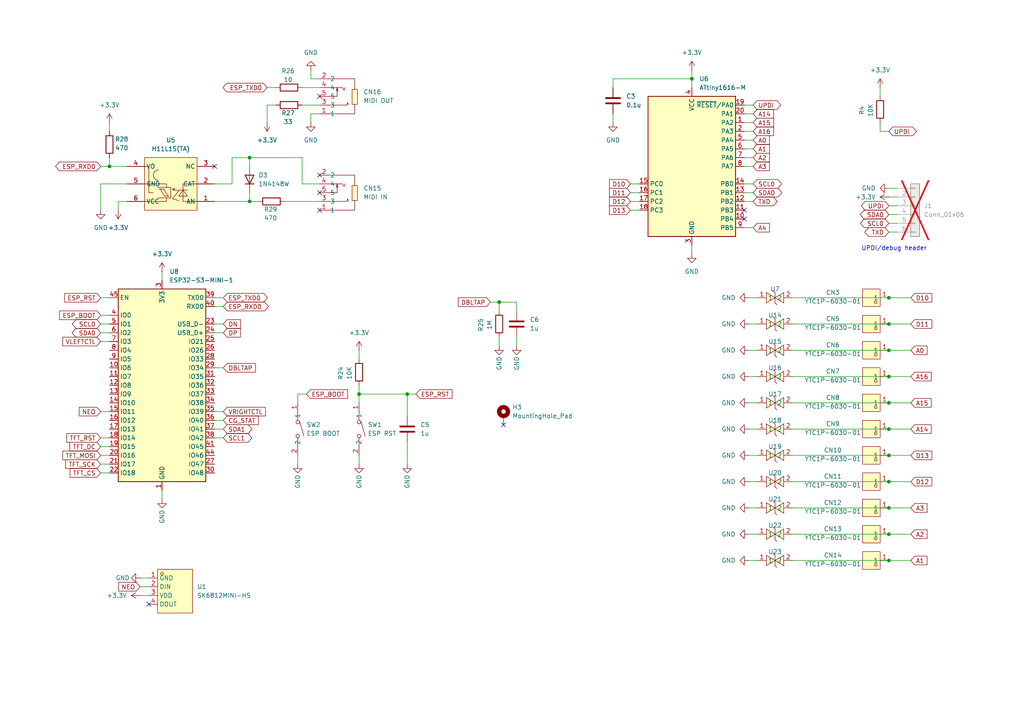
<source format=kicad_sch>
(kicad_sch (version 20250114) (generator "eeschema") (generator_version "9.0")
  (paper "A4")
  (rectangle (start 299.72 49.53) (end 425.45 144.78))
  (rectangle (start 299.72 1.27) (end 425.45 48.26))
  (rectangle (start 426.72 49.53) (end 570.23 144.78))
  (text "UPDI/debug header\n" (at 259.334 72.136 0) (effects (font (size 1.27 1.27))))
  (text "1.14in screen\nhttps://www.buydisplay.com/1-14-inch-tft-lcd-display-ips-panel-screen-135x240-for-smart-watch" (at 519.176 10.668 0) (effects (font (size 1.27 1.27) (thickness 0.1588))))
  (text "Battery 420mAh\nhttps://www.pkcell.com/product/lp552535-420mah-3-7v/" (at 330.454 141.224 0) (effects (font (size 1.27 1.27))))
  (junction (at 445.77 113.03))
  (junction (at 257.81 139.7))
  (junction (at 72.39 45.72))
  (junction (at 200.66 22.86))
  (junction (at 31.75 48.26))
  (junction (at 351.79 40.64))
  (junction (at 495.3 100.33))
  (junction (at 257.81 93.98))
  (junction (at 118.11 114.3))
  (junction (at 144.78 87.63))
  (junction (at 257.81 124.46))
  (junction (at 485.14 113.03))
  (junction (at 396.24 119.38))
  (junction (at 257.81 116.84))
  (junction (at 341.63 81.28))
  (junction (at 326.39 73.66))
  (junction (at 257.81 132.08))
  (junction (at 351.79 35.56))
  (junction (at 257.81 147.32))
  (junction (at 257.81 154.94))
  (junction (at 104.14 114.3))
  (junction (at 257.81 101.6))
  (junction (at 364.49 81.28))
  (junction (at 257.81 86.36))
  (junction (at 351.79 38.1))
  (junction (at 257.81 109.22))
  (junction (at 384.81 81.28))
  (junction (at 326.39 81.28))
  (junction (at 257.81 162.56))
  (junction (at 455.93 100.33))
  (junction (at 72.39 58.42))
  (no_connect (at 92.71 55.88))
  (no_connect (at 92.71 27.94))
  (no_connect (at 331.47 17.78))
  (no_connect (at 215.9 60.96))
  (no_connect (at 328.93 71.12))
  (no_connect (at 323.85 55.88))
  (no_connect (at 146.05 123.19))
  (no_connect (at 62.23 48.26))
  (no_connect (at 331.47 33.02))
  (no_connect (at 43.18 175.26))
  (no_connect (at 328.93 55.88))
  (no_connect (at 92.71 50.8))
  (no_connect (at 215.9 63.5))
  (no_connect (at 92.71 60.96))
  (no_connect (at 326.39 55.88))
  (wire (pts (xy 149.86 87.63) (xy 144.78 87.63)))
  (wire (pts (xy 217.17 124.46) (xy 219.71 124.46)))
  (wire (pts (xy 64.77 96.52) (xy 62.23 96.52)))
  (wire (pts (xy 323.85 73.66) (xy 323.85 71.12)))
  (wire (pts (xy 349.25 35.56) (xy 351.79 35.56)))
  (wire (pts (xy 72.39 55.88) (xy 72.39 58.42)))
  (wire (pts (xy 182.88 58.42) (xy 185.42 58.42)))
  (wire (pts (xy 149.86 90.17) (xy 149.86 87.63)))
  (wire (pts (xy 29.21 53.34) (xy 36.83 53.34)))
  (wire (pts (xy 434.34 19.05) (xy 436.88 19.05)))
  (wire (pts (xy 218.44 33.02) (xy 215.9 33.02)))
  (wire (pts (xy 410.21 81.28) (xy 412.75 81.28)))
  (wire (pts (xy 436.88 63.5) (xy 436.88 66.04)))
  (wire (pts (xy 31.75 35.56) (xy 31.75 38.1)))
  (wire (pts (xy 182.88 60.96) (xy 185.42 60.96)))
  (wire (pts (xy 328.93 38.1) (xy 331.47 38.1)))
  (wire (pts (xy 565.15 81.28) (xy 565.15 78.74)))
  (wire (pts (xy 328.93 40.64) (xy 331.47 40.64)))
  (wire (pts (xy 255.27 38.1) (xy 257.81 38.1)))
  (wire (pts (xy 327.66 110.49) (xy 327.66 113.03)))
  (wire (pts (xy 229.87 162.56) (xy 257.81 162.56)))
  (wire (pts (xy 455.93 97.79) (xy 455.93 100.33)))
  (wire (pts (xy 229.87 154.94) (xy 257.81 154.94)))
  (wire (pts (xy 67.31 53.34) (xy 62.23 53.34)))
  (wire (pts (xy 36.83 48.26) (xy 31.75 48.26)))
  (wire (pts (xy 485.14 113.03) (xy 487.68 113.03)))
  (wire (pts (xy 537.21 81.28) (xy 537.21 78.74)))
  (wire (pts (xy 341.63 83.82) (xy 341.63 81.28)))
  (wire (pts (xy 355.6 124.46) (xy 358.14 124.46)))
  (wire (pts (xy 375.92 20.32) (xy 373.38 20.32)))
  (wire (pts (xy 104.14 101.6) (xy 104.14 104.14)))
  (wire (pts (xy 218.44 43.18) (xy 215.9 43.18)))
  (wire (pts (xy 104.14 114.3) (xy 104.14 116.84)))
  (wire (pts (xy 326.39 71.12) (xy 326.39 73.66)))
  (wire (pts (xy 87.63 53.34) (xy 87.63 45.72)))
  (wire (pts (xy 257.81 162.56) (xy 264.16 162.56)))
  (wire (pts (xy 387.35 81.28) (xy 384.81 81.28)))
  (wire (pts (xy 317.5 120.65) (xy 320.04 120.65)))
  (wire (pts (xy 29.21 134.62) (xy 31.75 134.62)))
  (wire (pts (xy 104.14 132.08) (xy 104.14 134.62)))
  (wire (pts (xy 218.44 40.64) (xy 215.9 40.64)))
  (wire (pts (xy 524.51 106.68) (xy 527.05 106.68)))
  (wire (pts (xy 90.17 20.32) (xy 90.17 22.86)))
  (wire (pts (xy 459.74 24.13) (xy 462.28 24.13)))
  (wire (pts (xy 365.76 111.76) (xy 368.3 111.76)))
  (wire (pts (xy 218.44 35.56) (xy 215.9 35.56)))
  (wire (pts (xy 29.21 129.54) (xy 31.75 129.54)))
  (wire (pts (xy 495.3 120.65) (xy 495.3 118.11)))
  (wire (pts (xy 87.63 30.48) (xy 92.71 30.48)))
  (wire (pts (xy 144.78 87.63) (xy 144.78 90.17)))
  (wire (pts (xy 443.23 113.03) (xy 445.77 113.03)))
  (wire (pts (xy 445.77 100.33) (xy 455.93 100.33)))
  (wire (pts (xy 565.15 63.5) (xy 565.15 60.96)))
  (wire (pts (xy 90.17 22.86) (xy 92.71 22.86)))
  (wire (pts (xy 257.81 57.15) (xy 260.35 57.15)))
  (wire (pts (xy 218.44 66.04) (xy 215.9 66.04)))
  (wire (pts (xy 64.77 86.36) (xy 62.23 86.36)))
  (wire (pts (xy 549.91 60.96) (xy 552.45 60.96)))
  (wire (pts (xy 491.49 63.5) (xy 491.49 66.04)))
  (wire (pts (xy 457.2 76.2) (xy 454.66 76.2)))
  (wire (pts (xy 320.04 118.11) (xy 317.5 118.11)))
  (wire (pts (xy 444.5 19.05) (xy 447.04 19.05)))
  (wire (pts (xy 29.21 96.52) (xy 31.75 96.52)))
  (wire (pts (xy 454.66 73.66) (xy 454.66 76.2)))
  (wire (pts (xy 255.27 35.56) (xy 255.27 38.1)))
  (wire (pts (xy 229.87 101.6) (xy 257.81 101.6)))
  (wire (pts (xy 43.18 167.64) (xy 40.64 167.64)))
  (wire (pts (xy 64.77 124.46) (xy 62.23 124.46)))
  (wire (pts (xy 485.14 110.49) (xy 485.14 113.03)))
  (wire (pts (xy 455.93 120.65) (xy 455.93 118.11)))
  (wire (pts (xy 64.77 119.38) (xy 62.23 119.38)))
  (wire (pts (xy 351.79 40.64) (xy 354.33 40.64)))
  (wire (pts (xy 90.17 33.02) (xy 92.71 33.02)))
  (wire (pts (xy 257.81 67.31) (xy 260.35 67.31)))
  (wire (pts (xy 229.87 93.98) (xy 257.81 93.98)))
  (wire (pts (xy 384.81 93.98) (xy 384.81 91.44)))
  (wire (pts (xy 229.87 147.32) (xy 257.81 147.32)))
  (wire (pts (xy 257.81 139.7) (xy 264.16 139.7)))
  (wire (pts (xy 92.71 53.34) (xy 87.63 53.34)))
  (wire (pts (xy 521.97 60.96) (xy 524.51 60.96)))
  (wire (pts (xy 46.99 142.24) (xy 46.99 144.78)))
  (wire (pts (xy 257.81 86.36) (xy 264.16 86.36)))
  (wire (pts (xy 364.49 83.82) (xy 367.03 83.82)))
  (wire (pts (xy 524.51 118.11) (xy 527.05 118.11)))
  (wire (pts (xy 378.46 119.38) (xy 396.24 119.38)))
  (wire (pts (xy 257.81 124.46) (xy 264.16 124.46)))
  (wire (pts (xy 40.64 172.72) (xy 43.18 172.72)))
  (wire (pts (xy 217.17 154.94) (xy 219.71 154.94)))
  (wire (pts (xy 341.63 81.28) (xy 364.49 81.28)))
  (wire (pts (xy 473.71 63.5) (xy 473.71 66.04)))
  (wire (pts (xy 177.8 22.86) (xy 200.66 22.86)))
  (wire (pts (xy 118.11 114.3) (xy 104.14 114.3)))
  (wire (pts (xy 328.93 20.32) (xy 331.47 20.32)))
  (wire (pts (xy 439.42 76.2) (xy 436.88 76.2)))
  (wire (pts (xy 144.78 97.79) (xy 144.78 100.33)))
  (wire (pts (xy 72.39 45.72) (xy 72.39 48.26)))
  (wire (pts (xy 64.77 127) (xy 62.23 127)))
  (wire (pts (xy 473.71 73.66) (xy 473.71 76.2)))
  (wire (pts (xy 88.9 114.3) (xy 86.36 114.3)))
  (wire (pts (xy 29.21 48.26) (xy 31.75 48.26)))
  (wire (pts (xy 373.38 27.94) (xy 375.92 27.94)))
  (wire (pts (xy 495.3 97.79) (xy 495.3 100.33)))
  (wire (pts (xy 29.21 86.36) (xy 31.75 86.36)))
  (wire (pts (xy 218.44 45.72) (xy 215.9 45.72)))
  (wire (pts (xy 384.81 81.28) (xy 382.27 81.28)))
  (wire (pts (xy 257.81 147.32) (xy 264.16 147.32)))
  (wire (pts (xy 142.24 87.63) (xy 144.78 87.63)))
  (wire (pts (xy 29.21 91.44) (xy 31.75 91.44)))
  (wire (pts (xy 537.21 60.96) (xy 534.67 60.96)))
  (wire (pts (xy 29.21 99.06) (xy 31.75 99.06)))
  (wire (pts (xy 411.48 27.94) (xy 408.94 27.94)))
  (wire (pts (xy 364.49 83.82) (xy 364.49 86.36)))
  (wire (pts (xy 482.6 113.03) (xy 485.14 113.03)))
  (wire (pts (xy 217.17 132.08) (xy 219.71 132.08)))
  (wire (pts (xy 445.77 102.87) (xy 445.77 100.33)))
  (wire (pts (xy 351.79 35.56) (xy 351.79 38.1)))
  (wire (pts (xy 328.93 27.94) (xy 331.47 27.94)))
  (wire (pts (xy 524.51 113.03) (xy 527.05 113.03)))
  (wire (pts (xy 217.17 93.98) (xy 219.71 93.98)))
  (wire (pts (xy 229.87 116.84) (xy 257.81 116.84)))
  (wire (pts (xy 218.44 38.1) (xy 215.9 38.1)))
  (wire (pts (xy 200.66 71.12) (xy 200.66 73.66)))
  (wire (pts (xy 257.81 54.61) (xy 260.35 54.61)))
  (wire (pts (xy 328.93 15.24) (xy 331.47 15.24)))
  (wire (pts (xy 217.17 139.7) (xy 219.71 139.7)))
  (wire (pts (xy 182.88 53.34) (xy 185.42 53.34)))
  (wire (pts (xy 327.66 125.73) (xy 327.66 128.27)))
  (wire (pts (xy 34.29 58.42) (xy 36.83 58.42)))
  (wire (pts (xy 341.63 78.74) (xy 341.63 81.28)))
  (wire (pts (xy 328.93 22.86) (xy 331.47 22.86)))
  (wire (pts (xy 87.63 45.72) (xy 72.39 45.72)))
  (wire (pts (xy 565.15 60.96) (xy 562.61 60.96)))
  (wire (pts (xy 90.17 35.56) (xy 90.17 33.02)))
  (wire (pts (xy 453.39 13.97) (xy 453.39 11.43)))
  (wire (pts (xy 328.93 30.48) (xy 331.47 30.48)))
  (wire (pts (xy 217.17 86.36) (xy 219.71 86.36)))
  (wire (pts (xy 40.64 170.18) (xy 43.18 170.18)))
  (wire (pts (xy 364.49 81.28) (xy 367.03 81.28)))
  (wire (pts (xy 396.24 119.38) (xy 398.78 119.38)))
  (wire (pts (xy 497.84 120.65) (xy 495.3 120.65)))
  (wire (pts (xy 317.5 120.65) (xy 317.5 123.19)))
  (wire (pts (xy 257.81 109.22) (xy 264.16 109.22)))
  (wire (pts (xy 255.27 25.4) (xy 255.27 27.94)))
  (wire (pts (xy 29.21 93.98) (xy 31.75 93.98)))
  (wire (pts (xy 86.36 114.3) (xy 86.36 116.84)))
  (wire (pts (xy 218.44 53.34) (xy 215.9 53.34)))
  (wire (pts (xy 257.81 64.77) (xy 260.35 64.77)))
  (wire (pts (xy 229.87 132.08) (xy 257.81 132.08)))
  (wire (pts (xy 524.51 101.6) (xy 527.05 101.6)))
  (wire (pts (xy 537.21 63.5) (xy 537.21 60.96)))
  (wire (pts (xy 257.81 101.6) (xy 264.16 101.6)))
  (wire (pts (xy 257.81 116.84) (xy 264.16 116.84)))
  (wire (pts (xy 485.14 100.33) (xy 495.3 100.33)))
  (wire (pts (xy 436.88 73.66) (xy 436.88 76.2)))
  (wire (pts (xy 447.04 24.13) (xy 444.5 24.13)))
  (wire (pts (xy 67.31 45.72) (xy 67.31 53.34)))
  (wire (pts (xy 537.21 78.74) (xy 534.67 78.74)))
  (wire (pts (xy 349.25 33.02) (xy 351.79 33.02)))
  (wire (pts (xy 87.63 25.4) (xy 92.71 25.4)))
  (wire (pts (xy 218.44 48.26) (xy 215.9 48.26)))
  (wire (pts (xy 64.77 106.68) (xy 62.23 106.68)))
  (wire (pts (xy 321.31 20.32) (xy 318.77 20.32)))
  (wire (pts (xy 458.47 120.65) (xy 455.93 120.65)))
  (wire (pts (xy 177.8 33.02) (xy 177.8 35.56)))
  (wire (pts (xy 374.65 93.98) (xy 374.65 91.44)))
  (wire (pts (xy 229.87 109.22) (xy 257.81 109.22)))
  (wire (pts (xy 349.25 38.1) (xy 351.79 38.1)))
  (wire (pts (xy 326.39 73.66) (xy 326.39 81.28)))
  (wire (pts (xy 368.3 111.76) (xy 368.3 114.3)))
  (wire (pts (xy 459.74 21.59) (xy 462.28 21.59)))
  (wire (pts (xy 378.46 124.46) (xy 381 124.46)))
  (wire (pts (xy 459.74 19.05) (xy 462.28 19.05)))
  (wire (pts (xy 77.47 25.4) (xy 80.01 25.4)))
  (wire (pts (xy 29.21 127) (xy 31.75 127)))
  (wire (pts (xy 64.77 93.98) (xy 62.23 93.98)))
  (wire (pts (xy 104.14 111.76) (xy 104.14 114.3)))
  (wire (pts (xy 364.49 78.74) (xy 364.49 81.28)))
  (wire (pts (xy 491.49 73.66) (xy 491.49 76.2)))
  (wire (pts (xy 411.48 20.32) (xy 408.94 20.32)))
  (wire (pts (xy 64.77 88.9) (xy 62.23 88.9)))
  (wire (pts (xy 46.99 78.74) (xy 46.99 81.28)))
  (wire (pts (xy 453.39 31.75) (xy 453.39 34.29)))
  (wire (pts (xy 118.11 128.27) (xy 118.11 134.62)))
  (wire (pts (xy 549.91 78.74) (xy 552.45 78.74)))
  (wire (pts (xy 447.04 21.59) (xy 444.5 21.59)))
  (wire (pts (xy 364.49 68.58) (xy 364.49 71.12)))
  (wire (pts (xy 217.17 101.6) (xy 219.71 101.6)))
  (wire (pts (xy 257.81 154.94) (xy 264.16 154.94)))
  (wire (pts (xy 120.65 114.3) (xy 118.11 114.3)))
  (wire (pts (xy 62.23 121.92) (xy 64.77 121.92)))
  (wire (pts (xy 326.39 81.28) (xy 328.93 81.28)))
  (wire (pts (xy 459.74 26.67) (xy 462.28 26.67)))
  (wire (pts (xy 34.29 60.96) (xy 34.29 58.42)))
  (wire (pts (xy 521.97 78.74) (xy 524.51 78.74)))
  (wire (pts (xy 351.79 38.1) (xy 351.79 40.64)))
  (wire (pts (xy 72.39 45.72) (xy 67.31 45.72)))
  (wire (pts (xy 524.51 115.57) (xy 527.05 115.57)))
  (wire (pts (xy 72.39 58.42) (xy 74.93 58.42)))
  (wire (pts (xy 344.17 83.82) (xy 341.63 83.82)))
  (wire (pts (xy 495.3 100.33) (xy 495.3 107.95)))
  (wire (pts (xy 328.93 35.56) (xy 331.47 35.56)))
  (wire (pts (xy 524.51 99.06) (xy 527.05 99.06)))
  (wire (pts (xy 349.25 40.64) (xy 351.79 40.64)))
  (wire (pts (xy 339.09 81.28) (xy 341.63 81.28)))
  (wire (pts (xy 257.81 93.98) (xy 264.16 93.98)))
  (wire (pts (xy 217.17 162.56) (xy 219.71 162.56)))
  (wire (pts (xy 407.67 59.69) (xy 410.21 59.69)))
  (wire (pts (xy 375.92 35.56) (xy 373.38 35.56)))
  (wire (pts (xy 565.15 78.74) (xy 562.61 78.74)))
  (wire (pts (xy 328.93 25.4) (xy 331.47 25.4)))
  (wire (pts (xy 321.31 35.56) (xy 318.77 35.56)))
  (wire (pts (xy 77.47 35.56) (xy 77.47 30.48)))
  (wire (pts (xy 257.81 62.23) (xy 260.35 62.23)))
  (wire (pts (xy 229.87 124.46) (xy 257.81 124.46)))
  (wire (pts (xy 229.87 139.7) (xy 257.81 139.7)))
  (wire (pts (xy 485.14 102.87) (xy 485.14 100.33)))
  (wire (pts (xy 494.03 76.2) (xy 491.49 76.2)))
  (wire (pts (xy 396.24 121.92) (xy 396.24 119.38)))
  (wire (pts (xy 260.35 59.69) (xy 257.81 59.69)))
  (wire (pts (xy 411.48 35.56) (xy 408.94 35.56)))
  (wire (pts (xy 217.17 116.84) (xy 219.71 116.84)))
  (wire (pts (xy 321.31 73.66) (xy 323.85 73.66)))
  (wire (pts (xy 328.93 12.7) (xy 331.47 12.7)))
  (wire (pts (xy 29.21 60.96) (xy 29.21 53.34)))
  (wire (pts (xy 445.77 113.03) (xy 448.31 113.03)))
  (wire (pts (xy 326.39 73.66) (xy 334.01 73.66)))
  (wire (pts (xy 257.81 132.08) (xy 264.16 132.08)))
  (wire (pts (xy 368.3 129.54) (xy 368.3 132.08)))
  (wire (pts (xy 29.21 119.38) (xy 31.75 119.38)))
  (wire (pts (xy 217.17 147.32) (xy 219.71 147.32)))
  (wire (pts (xy 454.66 63.5) (xy 454.66 66.04)))
  (wire (pts (xy 384.81 83.82) (xy 384.81 81.28)))
  (wire (pts (xy 229.87 86.36) (xy 257.81 86.36)))
  (wire (pts (xy 455.93 100.33) (xy 455.93 107.95)))
  (wire (pts (xy 177.8 22.86) (xy 177.8 25.4)))
  (wire (pts (xy 326.39 81.28) (xy 326.39 83.82)))
  (wire (pts (xy 444.5 26.67) (xy 447.04 26.67)))
  (wire (pts (xy 118.11 120.65) (xy 118.11 114.3)))
  (wire (pts (xy 182.88 55.88) (xy 185.42 55.88)))
  (wire (pts (xy 394.97 59.69) (xy 397.51 59.69)))
  (wire (pts (xy 149.86 97.79) (xy 149.86 100.33)))
  (wire (pts (xy 29.21 132.08) (xy 31.75 132.08)))
  (wire (pts (xy 326.39 93.98) (xy 326.39 91.44)))
  (wire (pts (xy 445.77 110.49) (xy 445.77 113.03)))
  (wire (pts (xy 396.24 129.54) (xy 396.24 132.08)))
  (wire (pts (xy 31.75 48.26) (xy 31.75 45.72)))
  (wire (pts (xy 218.44 30.48) (xy 215.9 30.48)))
  (wire (pts (xy 86.36 132.08) (xy 86.36 134.62)))
  (wire (pts (xy 92.71 58.42) (xy 82.55 58.42)))
  (wire (pts (xy 351.79 33.02) (xy 351.79 35.56)))
  (wire (pts (xy 524.51 104.14) (xy 527.05 104.14)))
  (wire (pts (xy 345.44 124.46) (xy 347.98 124.46)))
  (wire (pts (xy 341.63 66.04) (xy 341.63 68.58)))
  (wire (pts (xy 217.17 109.22) (xy 219.71 109.22)))
  (wire (pts (xy 476.25 76.2) (xy 473.71 76.2)))
  (wire (pts (xy 62.23 58.42) (xy 72.39 58.42)))
  (wire (pts (xy 364.49 96.52) (xy 364.49 93.98)))
  (wire (pts (xy 524.51 120.65) (xy 527.05 120.65)))
  (wire (pts (xy 200.66 22.86) (xy 200.66 25.4)))
  (wire (pts (xy 218.44 55.88) (xy 215.9 55.88)))
  (wire (pts (xy 218.44 58.42) (xy 215.9 58.42)))
  (wire (pts (xy 29.21 137.16) (xy 31.75 137.16)))
  (wire (pts (xy 200.66 20.32) (xy 200.66 22.86)))
  (wire (pts (xy 77.47 30.48) (xy 80.01 30.48)))
  (global_label "D11" (shape input) (at 182.88 55.88 180) (property "Intersheetrefs" "${INTERSHEET_REFS}" (effects (hide yes))))
  (global_label "A2" (shape input) (at 218.44 45.72 0) (property "Intersheetrefs" "${INTERSHEET_REFS}" (effects (hide yes))))
  (global_label "DP" (shape input) (at 64.77 96.52 0) (property "Intersheetrefs" "${INTERSHEET_REFS}" (effects (hide yes))))
  (global_label "TFT_RST" (shape input) (at 444.5 21.59 180) (property "Intersheetrefs" "${INTERSHEET_REFS}" (effects (hide yes))))
  (global_label "SCL1" (shape bidirectional) (at 476.25 76.2 0) (property "Intersheetrefs" "${INTERSHEET_REFS}" (effects (hide yes))))
  (global_label "SCL0" (shape bidirectional) (at 29.21 93.98 180) (property "Intersheetrefs" "${INTERSHEET_REFS}" (effects (hide yes))))
  (global_label "SDA1" (shape bidirectional) (at 524.51 115.57 180) (property "Intersheetrefs" "${INTERSHEET_REFS}" (effects (hide yes))))
  (global_label "CG_STAT" (shape input) (at 381 124.46 0) (property "Intersheetrefs" "${INTERSHEET_REFS}" (effects (hide yes))))
  (global_label "A16" (shape input) (at 218.44 38.1 0) (property "Intersheetrefs" "${INTERSHEET_REFS}" (effects (hide yes))))
  (global_label "SCL0" (shape bidirectional) (at 218.44 53.34 0) (property "Intersheetrefs" "${INTERSHEET_REFS}" (effects (hide yes))))
  (global_label "TFT_CS" (shape input) (at 462.28 26.67 0) (property "Intersheetrefs" "${INTERSHEET_REFS}" (effects (hide yes))))
  (global_label "VRIGHTCTL" (shape input) (at 64.77 119.38 0) (property "Intersheetrefs" "${INTERSHEET_REFS}" (effects (hide yes))))
  (global_label "D12" (shape input) (at 264.16 139.7 0) (property "Intersheetrefs" "${INTERSHEET_REFS}" (effects (hide yes))))
  (global_label "ESP_BOOT" (shape input) (at 88.9 114.3 0) (property "Intersheetrefs" "${INTERSHEET_REFS}" (effects (hide yes))))
  (global_label "A3" (shape input) (at 218.44 48.26 0) (property "Intersheetrefs" "${INTERSHEET_REFS}" (effects (hide yes))))
  (global_label "A15" (shape input) (at 264.16 116.84 0) (property "Intersheetrefs" "${INTERSHEET_REFS}" (effects (hide yes))))
  (global_label "TFT_MOSI" (shape input) (at 29.21 132.08 180) (property "Intersheetrefs" "${INTERSHEET_REFS}" (effects (hide yes))))
  (global_label "SDA0" (shape bidirectional) (at 524.51 104.14 180) (property "Intersheetrefs" "${INTERSHEET_REFS}" (effects (hide yes))))
  (global_label "TFT_CS" (shape input) (at 29.21 137.16 180) (property "Intersheetrefs" "${INTERSHEET_REFS}" (effects (hide yes))))
  (global_label "TFT_MOSI" (shape input) (at 444.5 24.13 180) (property "Intersheetrefs" "${INTERSHEET_REFS}" (effects (hide yes))))
  (global_label "ESP_BOOT" (shape input) (at 29.21 91.44 180) (property "Intersheetrefs" "${INTERSHEET_REFS}" (effects (hide yes))))
  (global_label "NEO" (shape input) (at 29.21 119.38 180) (property "Intersheetrefs" "${INTERSHEET_REFS}" (effects (hide yes))))
  (global_label "ESP_RST" (shape input) (at 120.65 114.3 0) (property "Intersheetrefs" "${INTERSHEET_REFS}" (effects (hide yes))))
  (global_label "UPDI" (shape bidirectional) (at 257.81 38.1 0) (property "Intersheetrefs" "${INTERSHEET_REFS}" (effects (hide yes))))
  (global_label "DN" (shape input) (at 64.77 93.98 0) (property "Intersheetrefs" "${INTERSHEET_REFS}" (effects (hide yes))))
  (global_label "TFT_DC" (shape input) (at 29.21 129.54 180) (property "Intersheetrefs" "${INTERSHEET_REFS}" (effects (hide yes))))
  (global_label "VLEFTCTL" (shape input) (at 443.23 113.03 180) (property "Intersheetrefs" "${INTERSHEET_REFS}" (effects (hide yes))))
  (global_label "TXD" (shape bidirectional) (at 257.81 67.31 180) (property "Intersheetrefs" "${INTERSHEET_REFS}" (effects (hide yes))))
  (global_label "D10" (shape input) (at 182.88 53.34 180) (property "Intersheetrefs" "${INTERSHEET_REFS}" (effects (hide yes))))
  (global_label "A15" (shape input) (at 218.44 35.56 0) (property "Intersheetrefs" "${INTERSHEET_REFS}" (effects (hide yes))))
  (global_label "DP_PRE" (shape input) (at 328.93 25.4 180) (property "Intersheetrefs" "${INTERSHEET_REFS}" (effects (hide yes))))
  (global_label "SCL1" (shape bidirectional) (at 549.91 78.74 180) (property "Intersheetrefs" "${INTERSHEET_REFS}" (effects (hide yes))))
  (global_label "TFT_DC" (shape input) (at 462.28 21.59 0) (property "Intersheetrefs" "${INTERSHEET_REFS}" (effects (hide yes))))
  (global_label "DP_PRE" (shape input) (at 373.38 35.56 180) (property "Intersheetrefs" "${INTERSHEET_REFS}" (effects (hide yes))))
  (global_label "A1" (shape input) (at 218.44 43.18 0) (property "Intersheetrefs" "${INTERSHEET_REFS}" (effects (hide yes))))
  (global_label "SDA0" (shape bidirectional) (at 521.97 60.96 180) (property "Intersheetrefs" "${INTERSHEET_REFS}" (effects (hide yes))))
  (global_label "DP_PRE" (shape input) (at 328.93 30.48 180) (property "Intersheetrefs" "${INTERSHEET_REFS}" (effects (hide yes))))
  (global_label "A14" (shape input) (at 264.16 124.46 0) (property "Intersheetrefs" "${INTERSHEET_REFS}" (effects (hide yes))))
  (global_label "SCL0" (shape bidirectional) (at 257.81 64.77 180) (property "Intersheetrefs" "${INTERSHEET_REFS}" (effects (hide yes))))
  (global_label "DN_PRE" (shape input) (at 373.38 20.32 180) (property "Intersheetrefs" "${INTERSHEET_REFS}" (effects (hide yes))))
  (global_label "ESP_RXD0" (shape bidirectional) (at 64.77 88.9 0) (property "Intersheetrefs" "${INTERSHEET_REFS}" (effects (hide yes))))
  (global_label "TFT_SCK" (shape input) (at 462.28 24.13 0) (property "Intersheetrefs" "${INTERSHEET_REFS}" (effects (hide yes))))
  (global_label "A1" (shape input) (at 264.16 162.56 0) (property "Intersheetrefs" "${INTERSHEET_REFS}" (effects (hide yes))))
  (global_label "TFT_SCK" (shape input) (at 29.21 134.62 180) (property "Intersheetrefs" "${INTERSHEET_REFS}" (effects (hide yes))))
  (global_label "SCL0" (shape bidirectional) (at 549.91 60.96 180) (property "Intersheetrefs" "${INTERSHEET_REFS}" (effects (hide yes))))
  (global_label "DBLTAP" (shape input) (at 64.77 106.68 0) (property "Intersheetrefs" "${INTERSHEET_REFS}" (effects (hide yes))))
  (global_label "A2" (shape input) (at 264.16 154.94 0) (property "Intersheetrefs" "${INTERSHEET_REFS}" (effects (hide yes))))
  (global_label "A0" (shape input) (at 264.16 101.6 0) (property "Intersheetrefs" "${INTERSHEET_REFS}" (effects (hide yes))))
  (global_label "SDA0" (shape bidirectional) (at 257.81 62.23 180) (property "Intersheetrefs" "${INTERSHEET_REFS}" (effects (hide yes))))
  (global_label "SDA1" (shape bidirectional) (at 494.03 76.2 0) (property "Intersheetrefs" "${INTERSHEET_REFS}" (effects (hide yes))))
  (global_label "DN_PRE" (shape input) (at 328.93 22.86 180) (property "Intersheetrefs" "${INTERSHEET_REFS}" (effects (hide yes))))
  (global_label "SDA0" (shape bidirectional) (at 457.2 76.2 0) (property "Intersheetrefs" "${INTERSHEET_REFS}" (effects (hide yes))))
  (global_label "TXD" (shape bidirectional) (at 218.44 58.42 0) (property "Intersheetrefs" "${INTERSHEET_REFS}" (effects (hide yes))))
  (global_label "A0" (shape input) (at 218.44 40.64 0) (property "Intersheetrefs" "${INTERSHEET_REFS}" (effects (hide yes))))
  (global_label "SCL1" (shape bidirectional) (at 64.77 127 0) (property "Intersheetrefs" "${INTERSHEET_REFS}" (effects (hide yes))))
  (global_label "UPDI" (shape bidirectional) (at 218.44 30.48 0) (property "Intersheetrefs" "${INTERSHEET_REFS}" (effects (hide yes))))
  (global_label "SDA0" (shape bidirectional) (at 29.21 96.52 180) (property "Intersheetrefs" "${INTERSHEET_REFS}" (effects (hide yes))))
  (global_label "SCL0" (shape bidirectional) (at 439.42 76.2 0) (property "Intersheetrefs" "${INTERSHEET_REFS}" (effects (hide yes))))
  (global_label "ESP_TXD0" (shape bidirectional) (at 77.47 25.4 180) (property "Intersheetrefs" "${INTERSHEET_REFS}" (effects (hide yes))))
  (global_label "SDA1" (shape bidirectional) (at 521.97 78.74 180) (property "Intersheetrefs" "${INTERSHEET_REFS}" (effects (hide yes))))
  (global_label "A14" (shape input) (at 218.44 33.02 0) (property "Intersheetrefs" "${INTERSHEET_REFS}" (effects (hide yes))))
  (global_label "D12" (shape input) (at 182.88 58.42 180) (property "Intersheetrefs" "${INTERSHEET_REFS}" (effects (hide yes))))
  (global_label "DBLTAP" (shape input) (at 142.24 87.63 180) (property "Intersheetrefs" "${INTERSHEET_REFS}" (effects (hide yes))))
  (global_label "DN" (shape input) (at 411.48 20.32 0) (property "Intersheetrefs" "${INTERSHEET_REFS}" (effects (hide yes))))
  (global_label "ESP_TXD0" (shape bidirectional) (at 64.77 86.36 0) (property "Intersheetrefs" "${INTERSHEET_REFS}" (effects (hide yes))))
  (global_label "CG_STAT" (shape input) (at 64.77 121.92 0) (property "Intersheetrefs" "${INTERSHEET_REFS}" (effects (hide yes))))
  (global_label "A16" (shape input) (at 264.16 109.22 0) (property "Intersheetrefs" "${INTERSHEET_REFS}" (effects (hide yes))))
  (global_label "DN_PRE" (shape input) (at 328.93 27.94 180) (property "Intersheetrefs" "${INTERSHEET_REFS}" (effects (hide yes))))
  (global_label "UPDI" (shape bidirectional) (at 257.81 59.69 180) (property "Intersheetrefs" "${INTERSHEET_REFS}" (effects (hide yes))))
  (global_label "D13" (shape input) (at 182.88 60.96 180) (property "Intersheetrefs" "${INTERSHEET_REFS}" (effects (hide yes))))
  (global_label "ESP_RXD0" (shape bidirectional) (at 29.21 48.26 180) (property "Intersheetrefs" "${INTERSHEET_REFS}" (effects (hide yes))))
  (global_label "NEO" (shape input) (at 40.64 170.18 180) (property "Intersheetrefs" "${INTERSHEET_REFS}" (effects (hide yes))))
  (global_label "D11" (shape input) (at 264.16 93.98 0) (property "Intersheetrefs" "${INTERSHEET_REFS}" (effects (hide yes))))
  (global_label "A4" (shape input) (at 218.44 66.04 0) (property "Intersheetrefs" "${INTERSHEET_REFS}" (effects (hide yes))))
  (global_label "ESP_RST" (shape input) (at 29.21 86.36 180) (property "Intersheetrefs" "${INTERSHEET_REFS}" (effects (hide yes))))
  (global_label "SCL0" (shape bidirectional) (at 524.51 106.68 180) (property "Intersheetrefs" "${INTERSHEET_REFS}" (effects (hide yes))))
  (global_label "TFT_RST" (shape input) (at 29.21 127 180) (property "Intersheetrefs" "${INTERSHEET_REFS}" (effects (hide yes))))
  (global_label "DP" (shape input) (at 411.48 35.56 0) (property "Intersheetrefs" "${INTERSHEET_REFS}" (effects (hide yes))))
  (global_label "A3" (shape input) (at 264.16 147.32 0) (property "Intersheetrefs" "${INTERSHEET_REFS}" (effects (hide yes))))
  (global_label "SDA0" (shape bidirectional) (at 218.44 55.88 0) (property "Intersheetrefs" "${INTERSHEET_REFS}" (effects (hide yes))))
  (global_label "D10" (shape input) (at 264.16 86.36 0) (property "Intersheetrefs" "${INTERSHEET_REFS}" (effects (hide yes))))
  (global_label "D13" (shape input) (at 264.16 132.08 0) (property "Intersheetrefs" "${INTERSHEET_REFS}" (effects (hide yes))))
  (global_label "SCL1" (shape bidirectional) (at 524.51 113.03 180) (property "Intersheetrefs" "${INTERSHEET_REFS}" (effects (hide yes))))
  (global_label "VLEFTCTL" (shape input) (at 29.21 99.06 180) (property "Intersheetrefs" "${INTERSHEET_REFS}" (effects (hide yes))))
  (global_label "SDA1" (shape bidirectional) (at 64.77 124.46 0) (property "Intersheetrefs" "${INTERSHEET_REFS}" (effects (hide yes))))
  (global_label "VRIGHTCTL" (shape input) (at 482.6 113.03 180) (property "Intersheetrefs" "${INTERSHEET_REFS}" (effects (hide yes))))
  (symbol (lib_id "power:GND") (at 29.21 60.96 0) (mirror y) (unit 1)
    (property "Reference" "#PWR084" (effects (hide yes)))
    (property "Value" "GND" (at 29.21 66.04 0))
    (property "Description" "Power symbol creates a global label with name \"GND\" , ground" (effects (hide yes)))
  )
  (symbol (lib_id "Device:R") (at 83.82 25.4 90) (unit 1)
    (property "Reference" "R26" (at 83.566 20.574 90))
    (property "Value" "10" (at 83.566 23.114 90))
    (property "Footprint" "Resistor_SMD:R_0402_1005Metric" (effects (hide yes)))
    (property "Description" "Resistor" (effects (hide yes)))
  )
  (symbol (lib_id "power:GND") (at 462.28 19.05 90) (mirror x) (unit 1)
    (property "Reference" "#PWR076" (effects (hide yes)))
    (property "Value" "GND" (at 467.36 19.05 90))
    (property "Description" "Power symbol creates a global label with name \"GND\" , ground" (effects (hide yes)))
  )
  (symbol (lib_id "Device:R") (at 473.71 69.85 0) (unit 1)
    (property "Reference" "R8" (at 468.376 70.104 90))
    (property "Value" "10K" (at 470.916 70.104 90))
    (property "Footprint" "Resistor_SMD:R_0402_1005Metric" (effects (hide yes)))
    (property "Description" "Resistor" (effects (hide yes)))
  )
  (symbol (lib_id "power:GND") (at 565.15 63.5 0) (mirror y) (unit 1)
    (property "Reference" "#PWR032" (effects (hide yes)))
    (property "Value" "GND" (at 565.15 68.58 0))
    (property "Description" "Power symbol creates a global label with name \"GND\" , ground" (effects (hide yes)))
  )
  (symbol (lib_id "power:GND") (at 328.93 40.64 270) (mirror x) (unit 1)
    (property "Reference" "#PWR017" (effects (hide yes)))
    (property "Value" "GND" (at 323.85 40.64 90))
    (property "Description" "Power symbol creates a global label with name \"GND\" , ground" (effects (hide yes)))
  )
  (symbol (lib_id "power:GND") (at 354.33 40.64 90) (mirror x) (unit 1)
    (property "Reference" "#PWR018" (effects (hide yes)))
    (property "Value" "GND" (at 359.41 40.64 90))
    (property "Description" "Power symbol creates a global label with name \"GND\" , ground" (effects (hide yes)))
  )
  (symbol (lib_id "easyeda2kicad:YZ165615055F-04025-01") (at 532.13 102.87 0) (unit 1)
    (property "Reference" "U9" (at 535.94 101.5999 0) (effects (justify left)))
    (property "Value" "Pogo Pin Left" (at 535.94 104.1399 0) (effects (justify left)))
    (property "Footprint" "easyeda2kicad:CONN-SMD_4P-L11.0-W5.5-P2.50_YZ165615055F-04025-01" (effects (hide yes)))
    (property "LCSC Part" "C5296819" (effects (hide yes)))
  )
  (symbol (lib_id "power:+3.3V") (at 454.66 63.5 0) (unit 1)
    (property "Reference" "#PWR028" (effects (hide yes)))
    (property "Value" "+3.3V" (at 454.66 58.42 0))
    (property "Description" "Power symbol creates a global label with name \"+3.3V\"" (effects (hide yes)))
  )
  (symbol (lib_id "easyeda2kicad:SK6812MINI-HS") (at 50.8 171.45 0) (unit 1)
    (property "Reference" "U1" (at 57.15 170.1799 0) (effects (justify left)))
    (property "Value" "SK6812MINI-HS" (at 57.15 172.7199 0) (effects (justify left)))
    (property "Footprint" "easyeda2kicad:LED-SMD_4P-L3.5-W3.5-BR_SK6812MINI-HS" (effects (hide yes)))
    (property "LCSC Part" "C2922787" (effects (hide yes)))
  )
  (symbol (lib_id "easyeda2kicad:WAFER-PH2.0-2PWB") (at 325.12 119.38 0) (unit 1)
    (property "Reference" "H2" (at 322.326 114.554 0) (effects (justify left)))
    (property "Value" "WAFER-PH2.0-2PWB" (effects (hide yes)))
    (property "Footprint" "easyeda2kicad:CONN-SMD_2P-P2.00_XUNPU_WAFER-PH2.0-2PWB" (effects (hide yes)))
    (property "LCSC Part" "C3029440" (effects (hide yes)))
  )
  (symbol (lib_id "Device:R") (at 326.39 87.63 0) (unit 1)
    (property "Reference" "R21" (at 321.056 87.884 90))
    (property "Value" "100K" (at 323.596 87.884 90))
    (property "Footprint" "Resistor_SMD:R_0402_1005Metric" (effects (hide yes)))
    (property "Description" "Resistor" (effects (hide yes)))
  )
  (symbol (lib_id "power:GND") (at 373.38 27.94 270) (mirror x) (unit 1)
    (property "Reference" "#PWR010" (effects (hide yes)))
    (property "Value" "GND" (at 368.3 27.94 90))
    (property "Description" "Power symbol creates a global label with name \"GND\" , ground" (effects (hide yes)))
  )
  (symbol (lib_id "easyeda2kicad:BSMD1206-200-6V") (at 402.59 59.69 0) (unit 1)
    (property "Reference" "F1" (at 402.59 53.34 0))
    (property "Value" "BSMD1206-200-6V" (at 402.59 55.88 0))
    (property "Footprint" "easyeda2kicad:F1206" (effects (hide yes)))
    (property "Datasheet" "https://lcsc.com/product-detail/PTC-Resettable-Fuses_BHFUSE-BSMD1206-200-6V_C883134.html" (effects (hide yes)))
    (property "LCSC Part" "C883134" (effects (hide yes)))
  )
  (symbol (lib_id "Device:C") (at 384.81 87.63 0) (unit 1)
    (property "Reference" "C2" (at 388.62 86.3599 0) (effects (justify left)))
    (property "Value" "10u" (at 388.62 88.8999 0) (effects (justify left)))
    (property "Footprint" "Capacitor_SMD:C_0402_1005Metric" (effects (hide yes)))
    (property "Description" "Unpolarized capacitor" (effects (hide yes)))
  )
  (symbol (lib_id "easyeda2kicad:YTC1P-6030-01") (at 254 139.7 180) (unit 1)
    (property "Reference" "CN11" (at 241.554 138.176 0))
    (property "Value" "YTC1P-6030-01" (at 241.554 140.716 0))
    (property "Footprint" "easyeda2kicad:SMD-1_BD2.0-H10.0" (effects (hide yes)))
    (property "LCSC Part" "C5221285" (effects (hide yes)))
  )
  (symbol (lib_id "easyeda2kicad:YTC1P-6030-01") (at 254 101.6 180) (unit 1)
    (property "Reference" "CN6" (at 241.554 100.076 0))
    (property "Value" "YTC1P-6030-01" (at 241.554 102.616 0))
    (property "Footprint" "easyeda2kicad:SMD-1_BD2.0-H10.0" (effects (hide yes)))
    (property "LCSC Part" "C5221285" (effects (hide yes)))
  )
  (symbol (lib_id "power:GND") (at 217.17 139.7 270) (unit 1)
    (property "Reference" "#PWR045" (effects (hide yes)))
    (property "Value" "GND" (at 213.36 139.6999 90) (effects (justify right)))
    (property "Description" "Power symbol creates a global label with name \"GND\" , ground" (effects (hide yes)))
  )
  (symbol (lib_id "easyeda2kicad:H3V3U10B") (at 557.53 78.74 0) (unit 1)
    (property "Reference" "U13" (at 557.53 72.39 0))
    (property "Value" "H3V3U10B" (at 557.53 74.93 0))
    (property "Footprint" "easyeda2kicad:DFN1006-2L-BI" (effects (hide yes)))
    (property "LCSC Part" "C20615782" (effects (hide yes)))
  )
  (symbol (lib_id "power:GND") (at 217.17 162.56 270) (unit 1)
    (property "Reference" "#PWR048" (effects (hide yes)))
    (property "Value" "GND" (at 213.36 162.5599 90) (effects (justify right)))
    (property "Description" "Power symbol creates a global label with name \"GND\" , ground" (effects (hide yes)))
  )
  (symbol (lib_id "easyeda2kicad:H11L1S(TA)") (at 49.53 53.34 0) (unit 1)
    (property "Reference" "U5" (at 49.53 40.64 0))
    (property "Value" "H11L1S(TA)" (at 49.53 43.18 0))
    (property "Footprint" "easyeda2kicad:SMD-6_L7.3-W6.5-P2.54-LS10.2-BL" (effects (hide yes)))
    (property "Datasheet" "https://lcsc.com/product-detail/SMD-Optocouplers_H11L1S-TA_C78589.html" (effects (hide yes)))
    (property "LCSC Part" "C78589" (effects (hide yes)))
  )
  (symbol (lib_id "power:GND") (at 217.17 116.84 270) (unit 1)
    (property "Reference" "#PWR042" (effects (hide yes)))
    (property "Value" "GND" (at 213.36 116.8399 90) (effects (justify right)))
    (property "Description" "Power symbol creates a global label with name \"GND\" , ground" (effects (hide yes)))
  )
  (symbol (lib_id "easyeda2kicad:H3V3U10B") (at 224.79 109.22 0) (unit 1)
    (property "Reference" "U16" (at 224.79 106.68 0))
    (property "Value" "H3V3U10B" (effects (hide yes)))
    (property "Footprint" "easyeda2kicad:DFN1006-2L-BI" (effects (hide yes)))
    (property "LCSC Part" "C20615782" (effects (hide yes)))
  )
  (symbol (lib_id "Device:R") (at 31.75 41.91 180) (unit 1)
    (property "Reference" "R28" (at 35.306 40.386 0))
    (property "Value" "470" (at 35.306 42.926 0))
    (property "Footprint" "Resistor_SMD:R_0402_1005Metric" (effects (hide yes)))
    (property "Description" "Resistor" (effects (hide yes)))
  )
  (symbol (lib_id "Transistor_FET:AO3401A") (at 339.09 73.66 0) (unit 1)
    (property "Reference" "Q3" (at 345.44 72.3899 0) (effects (justify left)))
    (property "Value" "AO3401A" (at 345.44 74.9299 0) (effects (justify left)))
    (property "Footprint" "Package_TO_SOT_SMD:SOT-23" (effects (hide yes)))
    (property "Datasheet" "http://www.aosmd.com/pdfs/datasheet/AO3401A.pdf" (effects (hide yes)))
    (property "Description" "-4.0A Id, -30V Vds, P-Channel MOSFET, SOT-23" (effects (hide yes)))
  )
  (symbol (lib_id "power:GND") (at 328.93 12.7 270) (mirror x) (unit 1)
    (property "Reference" "#PWR05" (effects (hide yes)))
    (property "Value" "GND" (at 323.85 12.7 90))
    (property "Description" "Power symbol creates a global label with name \"GND\" , ground" (effects (hide yes)))
  )
  (symbol (lib_id "power:GND") (at 396.24 132.08 0) (mirror y) (unit 1)
    (property "Reference" "#PWR049" (effects (hide yes)))
    (property "Value" "GND" (at 396.24 137.16 90))
    (property "Description" "Power symbol creates a global label with name \"GND\" , ground" (effects (hide yes)))
  )
  (symbol (lib_id "power:GND") (at 326.39 93.98 0) (mirror y) (unit 1)
    (property "Reference" "#PWR058" (effects (hide yes)))
    (property "Value" "GND" (at 326.39 98.044 0))
    (property "Description" "Power symbol creates a global label with name \"GND\" , ground" (effects (hide yes)))
  )
  (symbol (lib_id "power:GND") (at 317.5 123.19 0) (mirror y) (unit 1)
    (property "Reference" "#PWR019" (effects (hide yes)))
    (property "Value" "GND" (at 317.5 128.27 90))
    (property "Description" "Power symbol creates a global label with name \"GND\" , ground" (effects (hide yes)))
  )
  (symbol (lib_id "Device:R") (at 325.12 20.32 90) (unit 1)
    (property "Reference" "R1" (at 308.864 18.288 90))
    (property "Value" "5.1k" (at 308.864 20.828 90))
    (property "Footprint" "Resistor_SMD:R_0402_1005Metric" (effects (hide yes)))
    (property "Description" "Resistor" (effects (hide yes)))
  )
  (symbol (lib_id "power:+3.3V") (at 77.47 35.56 180) (unit 1)
    (property "Reference" "#PWR082" (effects (hide yes)))
    (property "Value" "+3.3V" (at 77.47 40.64 0))
    (property "Description" "Power symbol creates a global label with name \"+3.3V\"" (effects (hide yes)))
  )
  (symbol (lib_id "Device:C") (at 396.24 125.73 0) (unit 1)
    (property "Reference" "C4" (at 400.05 124.4599 0) (effects (justify left)))
    (property "Value" "10u" (at 400.05 126.9999 0) (effects (justify left)))
    (property "Footprint" "Capacitor_SMD:C_0402_1005Metric" (effects (hide yes)))
    (property "Description" "Unpolarized capacitor" (effects (hide yes)))
  )
  (symbol (lib_id "power:+3.3V") (at 46.99 78.74 0) (unit 1)
    (property "Reference" "#PWR038" (effects (hide yes)))
    (property "Value" "+3.3V" (at 46.99 73.66 0))
    (property "Description" "Power symbol creates a global label with name \"+3.3V\"" (effects (hide yes)))
  )
  (symbol (lib_id "easyeda2kicad:H3V3U10B") (at 529.59 78.74 0) (unit 1)
    (property "Reference" "U12" (at 529.59 72.39 0))
    (property "Value" "H3V3U10B" (at 529.59 74.93 0))
    (property "Footprint" "easyeda2kicad:DFN1006-2L-BI" (effects (hide yes)))
    (property "LCSC Part" "C20615782" (effects (hide yes)))
  )
  (symbol (lib_id "Device:R") (at 440.69 19.05 270) (unit 1)
    (property "Reference" "R5" (at 440.944 16.764 90))
    (property "Value" "22R" (at 440.944 14.224 90))
    (property "Footprint" "Resistor_SMD:R_0402_1005Metric" (effects (hide yes)))
    (property "Description" "Resistor" (effects (hide yes)))
  )
  (symbol (lib_id "power:GND") (at 368.3 132.08 0) (mirror y) (unit 1)
    (property "Reference" "#PWR054" (effects (hide yes)))
    (property "Value" "GND" (at 368.3 137.16 90))
    (property "Description" "Power symbol creates a global label with name \"GND\" , ground" (effects (hide yes)))
  )
  (symbol (lib_id "Device:R") (at 445.77 106.68 0) (unit 1)
    (property "Reference" "R23" (at 440.436 106.934 90))
    (property "Value" "100K" (at 442.976 106.934 90))
    (property "Footprint" "Resistor_SMD:R_0402_1005Metric" (effects (hide yes)))
    (property "Description" "Resistor" (effects (hide yes)))
  )
  (symbol (lib_id "Battery_Management:MCP73831-2-OT") (at 368.3 121.92 0) (unit 1)
    (property "Reference" "U3" (at 370.4433 111.76 0) (effects (justify left)))
    (property "Value" "MCP73831-2-OT" (at 370.4433 114.3 0) (effects (justify left)))
    (property "Footprint" "Package_TO_SOT_SMD:SOT-23-5" (effects (hide yes)))
    (property "Datasheet" "http://ww1.microchip.com/downloads/en/DeviceDoc/20001984g.pdf" (effects (hide yes)))
    (property "Description" "Single cell, Li-Ion/Li-Po charge management controller, 4.20V, Tri-State Status Output, in SOT23-5 package" (effects (hide yes)))
    (property "LCSC ID" "C424093" (effects (hide yes)))
  )
  (symbol (lib_id "power:GND") (at 144.78 100.33 0) (mirror y) (unit 1)
    (property "Reference" "#PWR070" (effects (hide yes)))
    (property "Value" "GND" (at 144.78 105.41 90))
    (property "Description" "Power symbol creates a global label with name \"GND\" , ground" (effects (hide yes)))
  )
  (symbol (lib_id "power:GND") (at 565.15 81.28 0) (mirror y) (unit 1)
    (property "Reference" "#PWR036" (effects (hide yes)))
    (property "Value" "GND" (at 565.15 86.36 0))
    (property "Description" "Power symbol creates a global label with name \"GND\" , ground" (effects (hide yes)))
  )
  (symbol (lib_id "power:+3.3V") (at 387.35 81.28 270) (unit 1)
    (property "Reference" "#PWR08" (effects (hide yes)))
    (property "Value" "+3.3V" (at 391.16 81.2801 90) (effects (justify left)))
    (property "Description" "Power symbol creates a global label with name \"+3.3V\"" (effects (hide yes)))
  )
  (symbol (lib_id "power:+5V") (at 410.21 59.69 270) (unit 1)
    (property "Reference" "#PWR03" (effects (hide yes)))
    (property "Value" "+5V" (at 414.02 59.6899 90) (effects (justify left)))
    (property "Description" "Power symbol creates a global label with name \"+5V\"" (effects (hide yes)))
  )
  (symbol (lib_id "power:GND") (at 46.99 144.78 0) (mirror y) (unit 1)
    (property "Reference" "#PWR037" (effects (hide yes)))
    (property "Value" "GND" (at 46.99 149.86 90))
    (property "Description" "Power symbol creates a global label with name \"GND\" , ground" (effects (hide yes)))
  )
  (symbol (lib_id "power:GND") (at 217.17 124.46 270) (unit 1)
    (property "Reference" "#PWR043" (effects (hide yes)))
    (property "Value" "GND" (at 213.36 124.4599 90) (effects (justify right)))
    (property "Description" "Power symbol creates a global label with name \"GND\" , ground" (effects (hide yes)))
  )
  (symbol (lib_id "Device:R") (at 491.49 69.85 0) (unit 1)
    (property "Reference" "R9" (at 486.156 70.104 90))
    (property "Value" "10K" (at 488.696 70.104 90))
    (property "Footprint" "Resistor_SMD:R_0402_1005Metric" (effects (hide yes)))
    (property "Description" "Resistor" (effects (hide yes)))
  )
  (symbol (lib_id "RF_Module:ESP32-S3-MINI-1") (at 46.99 111.76 0) (unit 1)
    (property "Reference" "U8" (at 49.1333 78.74 0) (effects (justify left)))
    (property "Value" "ESP32-S3-MINI-1" (at 49.1333 81.28 0) (effects (justify left)))
    (property "Footprint" "RF_Module:ESP32-S2-MINI-1" (effects (hide yes)))
    (property "Datasheet" "https://www.espressif.com/sites/default/files/documentation/esp32-s3-mini-1_mini-1u_datasheet_en.pdf" (effects (hide yes)))
    (property "Description" "RF Module, ESP32-S3 SoC, Wi-Fi 802.11b/g/n, Bluetooth, BLE, 32-bit, 3.3V, SMD, onboard antenna" (effects (hide yes)))
  )
  (symbol (lib_id "power:GND") (at 90.17 35.56 0) (mirror y) (unit 1)
    (property "Reference" "#PWR088" (effects (hide yes)))
    (property "Value" "GND" (at 90.17 40.64 0))
    (property "Description" "Power symbol creates a global label with name \"GND\" , ground" (effects (hide yes)))
  )
  (symbol (lib_id "power:+3.3V") (at 200.66 20.32 0) (unit 1)
    (property "Reference" "#PWR020" (effects (hide yes)))
    (property "Value" "+3.3V" (at 200.66 15.24 0))
    (property "Description" "Power symbol creates a global label with name \"+3.3V\"" (effects (hide yes)))
  )
  (symbol (lib_id "easyeda2kicad:H3V3U10B") (at 224.79 101.6 0) (unit 1)
    (property "Reference" "U15" (at 224.79 99.06 0))
    (property "Value" "H3V3U10B" (effects (hide yes)))
    (property "Footprint" "easyeda2kicad:DFN1006-2L-BI" (effects (hide yes)))
    (property "LCSC Part" "C20615782" (effects (hide yes)))
  )
  (symbol (lib_id "easyeda2kicad:H3V3U10B") (at 224.79 93.98 0) (unit 1)
    (property "Reference" "U14" (at 224.79 91.44 0))
    (property "Value" "H3V3U10B" (effects (hide yes)))
    (property "Footprint" "easyeda2kicad:DFN1006-2L-BI" (effects (hide yes)))
    (property "LCSC Part" "C20615782" (effects (hide yes)))
  )
  (symbol (lib_id "power:VBUS") (at 364.49 96.52 180) (unit 1)
    (property "Reference" "#PWR014" (effects (hide yes)))
    (property "Value" "VBUS" (at 364.49 100.33 0))
    (property "Description" "Power symbol creates a global label with name \"VBUS\"" (effects (hide yes)))
  )
  (symbol (lib_id "power:GND") (at 318.77 35.56 270) (mirror x) (unit 1)
    (property "Reference" "#PWR015" (effects (hide yes)))
    (property "Value" "GND" (at 313.69 35.56 90))
    (property "Description" "Power symbol creates a global label with name \"GND\" , ground" (effects (hide yes)))
  )
  (symbol (lib_id "easyeda2kicad:TS-1088-AR02016") (at 104.14 124.46 270) (unit 1)
    (property "Reference" "SW1" (at 106.68 123.1899 90) (effects (justify left)))
    (property "Value" "ESP RST" (at 106.68 125.7299 90) (effects (justify left)))
    (property "Footprint" "easyeda2kicad:SW-SMD_L3.9-W3.0-P4.45" (effects (hide yes)))
    (property "Datasheet" "https://lcsc.com/product-detail/Tactile-Switches_XUNPU-TS-1088-AR02016_C720477.html" (effects (hide yes)))
    (property "LCSC Part" "C720477" (effects (hide yes)))
  )
  (symbol (lib_id "power:+3.3V") (at 473.71 63.5 0) (unit 1)
    (property "Reference" "#PWR029" (effects (hide yes)))
    (property "Value" "+3.3V" (at 473.71 58.42 0))
    (property "Description" "Power symbol creates a global label with name \"+3.3V\"" (effects (hide yes)))
  )
  (symbol (lib_id "Device:R") (at 144.78 93.98 0) (unit 1)
    (property "Reference" "R25" (at 139.446 94.234 90))
    (property "Value" "1M" (at 141.986 94.234 90))
    (property "Footprint" "Resistor_SMD:R_0402_1005Metric" (effects (hide yes)))
    (property "Description" "Resistor" (effects (hide yes)))
  )
  (symbol (lib_id "power:VBUS") (at 411.48 27.94 270) (unit 1)
    (property "Reference" "#PWR011" (effects (hide yes)))
    (property "Value" "USB_VBUS" (at 419.1 27.94 90))
    (property "Description" "Power symbol creates a global label with name \"VBUS\"" (effects (hide yes)))
  )
  (symbol (lib_id "power:+3.3V") (at 444.5 26.67 90) (unit 1)
    (property "Reference" "#PWR077" (effects (hide yes)))
    (property "Value" "+3.3V" (at 441.706 31.242 0))
    (property "Description" "Power symbol creates a global label with name \"+3.3V\"" (effects (hide yes)))
  )
  (symbol (lib_id "power:+3.3V") (at 257.81 57.15 90) (unit 1)
    (property "Reference" "#PWR081" (effects (hide yes)))
    (property "Value" "+3.3V" (at 254 57.1499 90) (effects (justify left)))
    (property "Description" "Power symbol creates a global label with name \"+3.3V\"" (effects (hide yes)))
  )
  (symbol (lib_id "Device:R") (at 78.74 58.42 90) (unit 1)
    (property "Reference" "R29" (at 78.486 60.706 90))
    (property "Value" "470" (at 78.486 63.246 90))
    (property "Footprint" "Resistor_SMD:R_0402_1005Metric" (effects (hide yes)))
    (property "Description" "Resistor" (effects (hide yes)))
  )
  (symbol (lib_id "Regulator_Linear:AP2112K-3.3") (at 374.65 83.82 0) (unit 1)
    (property "Reference" "U2" (at 374.65 75.692 0))
    (property "Value" "AP2112K-3.3" (at 374.65 78.232 0))
    (property "Footprint" "Package_TO_SOT_SMD:SOT-23-5" (effects (hide yes)))
    (property "Datasheet" "https://www.diodes.com/assets/Datasheets/AP2112.pdf" (effects (hide yes)))
    (property "Description" "600mA low dropout linear regulator, with enable pin, 3.8V-6V input voltage range, 3.3V fixed positive output, SOT-23-5" (effects (hide yes)))
  )
  (symbol (lib_id "power:VBUS") (at 328.93 38.1 90) (unit 1)
    (property "Reference" "#PWR016" (effects (hide yes)))
    (property "Value" "USB_VBUS" (at 321.31 38.1 90))
    (property "Description" "Power symbol creates a global label with name \"VBUS\"" (effects (hide yes)))
  )
  (symbol (lib_id "power:GND") (at 200.66 73.66 0) (unit 1)
    (property "Reference" "#PWR024" (effects (hide yes)))
    (property "Value" "GND" (at 200.66 78.74 0))
    (property "Description" "Power symbol creates a global label with name \"GND\" , ground" (effects (hide yes)))
  )
  (symbol (lib_id "easyeda2kicad:YTC1P-6030-01") (at 254 116.84 180) (unit 1)
    (property "Reference" "CN8" (at 241.554 115.316 0))
    (property "Value" "YTC1P-6030-01" (at 241.554 117.856 0))
    (property "Footprint" "easyeda2kicad:SMD-1_BD2.0-H10.0" (effects (hide yes)))
    (property "LCSC Part" "C5221285" (effects (hide yes)))
  )
  (symbol (lib_id "power:GND") (at 86.36 134.62 0) (mirror y) (unit 1)
    (property "Reference" "#PWR069" (effects (hide yes)))
    (property "Value" "GND" (at 86.36 139.7 90))
    (property "Description" "Power symbol creates a global label with name \"GND\" , ground" (effects (hide yes)))
  )
  (symbol (lib_id "Device:R") (at 485.14 106.68 0) (unit 1)
    (property "Reference" "R22" (at 479.806 106.934 90))
    (property "Value" "100K" (at 482.346 106.934 90))
    (property "Footprint" "Resistor_SMD:R_0402_1005Metric" (effects (hide yes)))
    (property "Description" "Resistor" (effects (hide yes)))
  )
  (symbol (lib_id "easyeda2kicad:YTC1P-6030-01") (at 254 86.36 180) (unit 1)
    (property "Reference" "CN3" (at 241.554 84.836 0))
    (property "Value" "YTC1P-6030-01" (at 241.554 87.376 0))
    (property "Footprint" "easyeda2kicad:SMD-1_BD2.0-H10.0" (effects (hide yes)))
    (property "LCSC Part" "C5221285" (effects (hide yes)))
  )
  (symbol (lib_id "power:VBUS") (at 394.97 59.69 90) (unit 1)
    (property "Reference" "#PWR02" (effects (hide yes)))
    (property "Value" "USB_VBUS" (at 387.35 59.69 90))
    (property "Description" "Power symbol creates a global label with name \"VBUS\"" (effects (hide yes)))
  )
  (symbol (lib_id "power:+3.3V") (at 31.75 35.56 0) (unit 1)
    (property "Reference" "#PWR074" (effects (hide yes)))
    (property "Value" "+3.3V" (at 31.75 30.48 0))
    (property "Description" "Power symbol creates a global label with name \"+3.3V\"" (effects (hide yes)))
  )
  (symbol (lib_id "power:VBUS") (at 398.78 119.38 270) (unit 1)
    (property "Reference" "#PWR052" (effects (hide yes)))
    (property "Value" "VBAT" (at 404.876 119.38 90))
    (property "Description" "Power symbol creates a global label with name \"VBUS\"" (effects (hide yes)))
  )
  (symbol (lib_id "easyeda2kicad:PJ-327A5JJ") (at 97.79 27.94 180) (unit 1)
    (property "Reference" "CN16" (at 105.41 26.6699 0) (effects (justify right)))
    (property "Value" "MIDI OUT" (at 105.41 29.2099 0) (effects (justify right)))
    (property "Footprint" "easyeda2kicad:AUDIO-SMD_PJ-327A5JJ" (effects (hide yes)))
    (property "Datasheet" "https://lcsc.com/product-detail/Audio-Video-Connectors_SHOU-HAN-PJ-327A-5JJ_C668605.html" (effects (hide yes)))
    (property "LCSC Part" "C668605" (effects (hide yes)))
  )
  (symbol (lib_id "easyeda2kicad:H3V3U10B") (at 224.79 147.32 0) (unit 1)
    (property "Reference" "U21" (at 224.79 144.78 0))
    (property "Value" "H3V3U10B" (effects (hide yes)))
    (property "Footprint" "easyeda2kicad:DFN1006-2L-BI" (effects (hide yes)))
    (property "LCSC Part" "C20615782" (effects (hide yes)))
  )
  (symbol (lib_id "easyeda2kicad:H3V3U10B") (at 224.79 132.08 0) (unit 1)
    (property "Reference" "U19" (at 224.79 129.54 0))
    (property "Value" "H3V3U10B" (effects (hide yes)))
    (property "Footprint" "easyeda2kicad:DFN1006-2L-BI" (effects (hide yes)))
    (property "LCSC Part" "C20615782" (effects (hide yes)))
  )
  (symbol (lib_id "power:GND") (at 149.86 100.33 0) (mirror y) (unit 1)
    (property "Reference" "#PWR071" (effects (hide yes)))
    (property "Value" "GND" (at 149.86 105.41 90))
    (property "Description" "Power symbol creates a global label with name \"GND\" , ground" (effects (hide yes)))
  )
  (symbol (lib_id "Device:R") (at 454.66 69.85 0) (unit 1)
    (property "Reference" "R7" (at 449.326 70.104 90))
    (property "Value" "10K" (at 451.866 70.104 90))
    (property "Footprint" "Resistor_SMD:R_0402_1005Metric" (effects (hide yes)))
    (property "Description" "Resistor" (effects (hide yes)))
  )
  (symbol (lib_id "easyeda2kicad:YTC1P-6030-01") (at 254 154.94 180) (unit 1)
    (property "Reference" "CN13" (at 241.554 153.416 0))
    (property "Value" "YTC1P-6030-01" (at 241.554 155.956 0))
    (property "Footprint" "easyeda2kicad:SMD-1_BD2.0-H10.0" (effects (hide yes)))
    (property "LCSC Part" "C5221285" (effects (hide yes)))
  )
  (symbol (lib_id "Device:R") (at 83.82 30.48 90) (unit 1)
    (property "Reference" "R27" (at 83.566 32.766 90))
    (property "Value" "33" (at 83.566 35.306 90))
    (property "Footprint" "Resistor_SMD:R_0402_1005Metric" (effects (hide yes)))
    (property "Description" "Resistor" (effects (hide yes)))
  )
  (symbol (lib_id "power:GND") (at 453.39 34.29 0) (mirror y) (unit 1)
    (property "Reference" "#PWR079" (effects (hide yes)))
    (property "Value" "GND" (at 453.39 39.37 90))
    (property "Description" "Power symbol creates a global label with name \"GND\" , ground" (effects (hide yes)))
  )
  (symbol (lib_id "Device:R") (at 351.79 124.46 90) (unit 1)
    (property "Reference" "R20" (at 351.79 127 90))
    (property "Value" "5.1k" (at 351.79 129.54 90))
    (property "Footprint" "Resistor_SMD:R_0402_1005Metric" (effects (hide yes)))
    (property "Description" "Resistor" (effects (hide yes)))
  )
  (symbol (lib_id "power:GND") (at 217.17 101.6 270) (unit 1)
    (property "Reference" "#PWR040" (effects (hide yes)))
    (property "Value" "GND" (at 213.36 101.5999 90) (effects (justify right)))
    (property "Description" "Power symbol creates a global label with name \"GND\" , ground" (effects (hide yes)))
  )
  (symbol (lib_id "easyeda2kicad:YTC1P-6030-01") (at 254 147.32 180) (unit 1)
    (property "Reference" "CN12" (at 241.554 145.796 0))
    (property "Value" "YTC1P-6030-01" (at 241.554 148.336 0))
    (property "Footprint" "easyeda2kicad:SMD-1_BD2.0-H10.0" (effects (hide yes)))
    (property "LCSC Part" "C5221285" (effects (hide yes)))
  )
  (symbol (lib_id "power:GND") (at 327.66 110.49 0) (mirror x) (unit 1)
    (property "Reference" "#PWR051" (effects (hide yes)))
    (property "Value" "GND" (at 327.66 105.41 90))
    (property "Description" "Power symbol creates a global label with name \"GND\" , ground" (effects (hide yes)))
  )
  (symbol (lib_id "power:GND") (at 453.39 11.43 0) (mirror x) (unit 1)
    (property "Reference" "#PWR078" (effects (hide yes)))
    (property "Value" "GND" (at 453.39 6.35 90))
    (property "Description" "Power symbol creates a global label with name \"GND\" , ground" (effects (hide yes)))
  )
  (symbol (lib_id "power:GND") (at 217.17 147.32 270) (unit 1)
    (property "Reference" "#PWR046" (effects (hide yes)))
    (property "Value" "GND" (at 213.36 147.3199 90) (effects (justify right)))
    (property "Description" "Power symbol creates a global label with name \"GND\" , ground" (effects (hide yes)))
  )
  (symbol (lib_id "power:GND") (at 384.81 93.98 0) (mirror y) (unit 1)
    (property "Reference" "#PWR013" (effects (hide yes)))
    (property "Value" "GND" (at 384.81 98.044 0))
    (property "Description" "Power symbol creates a global label with name \"GND\" , ground" (effects (hide yes)))
  )
  (symbol (lib_id "power:VBUS") (at 497.84 120.65 270) (unit 1)
    (property "Reference" "#PWR063" (effects (hide yes)))
    (property "Value" "VRIGHT" (at 503.936 120.65 90))
    (property "Description" "Power symbol creates a global label with name \"VBUS\"" (effects (hide yes)))
  )
  (symbol (lib_id "easyeda2kicad:H3V3U10B") (at 224.79 162.56 0) (unit 1)
    (property "Reference" "U23" (at 224.79 160.02 0))
    (property "Value" "H3V3U10B" (effects (hide yes)))
    (property "Footprint" "easyeda2kicad:DFN1006-2L-BI" (effects (hide yes)))
    (property "LCSC Part" "C20615782" (effects (hide yes)))
  )
  (symbol (lib_id "easyeda2kicad:USBLC6-2SC6") (at 392.43 27.94 0) (unit 1)
    (property "Reference" "D1" (at 392.43 10.16 0))
    (property "Value" "USBLC6-2SC6" (at 392.43 12.7 0))
    (property "Footprint" "easyeda2kicad:SOT-23-6_L2.9-W1.6-P0.95-LS2.8-BL" (effects (hide yes)))
    (property "Datasheet" "https://lcsc.com/product-detail/Diodes-ESD_STMicroelectronics_USBLC6-2SC6_USBLC6-2SC6_C7519.html" (effects (hide yes)))
    (property "LCSC Part" "C7519" (effects (hide yes)))
  )
  (symbol (lib_id "easyeda2kicad:H3V3U10B") (at 557.53 60.96 0) (unit 1)
    (property "Reference" "U11" (at 557.53 54.61 0))
    (property "Value" "H3V3U10B" (at 557.53 57.15 0))
    (property "Footprint" "easyeda2kicad:DFN1006-2L-BI" (effects (hide yes)))
    (property "LCSC Part" "C20615782" (effects (hide yes)))
  )
  (symbol (lib_id "power:VBUS") (at 455.93 97.79 0) (unit 1)
    (property "Reference" "#PWR026" (effects (hide yes)))
    (property "Value" "VHIGH" (at 460.248 96.012 0))
    (property "Description" "Power symbol creates a global label with name \"VBUS\"" (effects (hide yes)))
  )
  (symbol (lib_id "Transistor_FET:AO3401A") (at 492.76 113.03 0) (mirror x) (unit 1)
    (property "Reference" "Q2" (at 499.11 114.3001 0) (effects (justify left)))
    (property "Value" "AO3401A" (at 499.11 111.7601 0) (effects (justify left)))
    (property "Footprint" "Package_TO_SOT_SMD:SOT-23" (effects (hide yes)))
    (property "Datasheet" "http://www.aosmd.com/pdfs/datasheet/AO3401A.pdf" (effects (hide yes)))
    (property "Description" "-4.0A Id, -30V Vds, P-Channel MOSFET, SOT-23" (effects (hide yes)))
  )
  (symbol (lib_id "power:GND") (at 217.17 93.98 270) (unit 1)
    (property "Reference" "#PWR039" (effects (hide yes)))
    (property "Value" "GND" (at 213.36 93.9799 90) (effects (justify right)))
    (property "Description" "Power symbol creates a global label with name \"GND\" , ground" (effects (hide yes)))
  )
  (symbol (lib_id "Diode:1N4148W") (at 72.39 52.07 90) (unit 1)
    (property "Reference" "D3" (at 74.93 50.7999 90) (effects (justify right)))
    (property "Value" "1N4148W" (at 74.93 53.3399 90) (effects (justify right)))
    (property "Footprint" "Diode_SMD:D_SOD-123" (effects (hide yes)))
    (property "Datasheet" "https://www.vishay.com/docs/85748/1n4148w.pdf" (effects (hide yes)))
    (property "Description" "75V 0.15A Fast Switching Diode, SOD-123" (effects (hide yes)))
    (property "Sim.Device" "D" (effects (hide yes)))
    (property "Sim.Pins" "1=K 2=A" (effects (hide yes)))
  )
  (symbol (lib_id "Device:R") (at 325.12 35.56 90) (unit 1)
    (property "Reference" "R3" (at 308.864 33.528 90))
    (property "Value" "5.1k" (at 308.864 36.068 90))
    (property "Footprint" "Resistor_SMD:R_0402_1005Metric" (effects (hide yes)))
    (property "Description" "Resistor" (effects (hide yes)))
  )
  (symbol (lib_id "Device:R") (at 364.49 90.17 0) (unit 1)
    (property "Reference" "R2" (at 359.156 90.424 90))
    (property "Value" "10K" (at 361.696 90.424 90))
    (property "Footprint" "Resistor_SMD:R_0402_1005Metric" (effects (hide yes)))
    (property "Description" "Resistor" (effects (hide yes)))
  )
  (symbol (lib_id "power:VBUS") (at 458.47 120.65 270) (unit 1)
    (property "Reference" "#PWR062" (effects (hide yes)))
    (property "Value" "VLEFT" (at 464.566 120.65 90))
    (property "Description" "Power symbol creates a global label with name \"VBUS\"" (effects (hide yes)))
  )
  (symbol (lib_id "power:+3.3V") (at 491.49 63.5 0) (unit 1)
    (property "Reference" "#PWR030" (effects (hide yes)))
    (property "Value" "+3.3V" (at 491.49 58.42 0))
    (property "Description" "Power symbol creates a global label with name \"+3.3V\"" (effects (hide yes)))
  )
  (symbol (lib_id "power:VBUS") (at 412.75 81.28 270) (unit 1)
    (property "Reference" "#PWR060" (effects (hide yes)))
    (property "Value" "VBUS" (at 418.846 81.28 90))
    (property "Description" "Power symbol creates a global label with name \"VBUS\"" (effects (hide yes)))
  )
  (symbol (lib_id "power:+3.3V") (at 436.88 63.5 0) (unit 1)
    (property "Reference" "#PWR027" (effects (hide yes)))
    (property "Value" "+3.3V" (at 436.88 58.42 0))
    (property "Description" "Power symbol creates a global label with name \"+3.3V\"" (effects (hide yes)))
  )
  (symbol (lib_id "easyeda2kicad:PJ-327A5JJ") (at 97.79 55.88 180) (unit 1)
    (property "Reference" "CN15" (at 105.41 54.6099 0) (effects (justify right)))
    (property "Value" "MIDI IN" (at 105.41 57.1499 0) (effects (justify right)))
    (property "Footprint" "easyeda2kicad:AUDIO-SMD_PJ-327A5JJ" (effects (hide yes)))
    (property "Datasheet" "https://lcsc.com/product-detail/Audio-Video-Connectors_SHOU-HAN-PJ-327A-5JJ_C668605.html" (effects (hide yes)))
    (property "LCSC Part" "C668605" (effects (hide yes)))
  )
  (symbol (lib_id "power:VBUS") (at 341.63 66.04 0) (unit 1)
    (property "Reference" "#PWR057" (effects (hide yes)))
    (property "Value" "VBAT" (at 341.63 62.484 0))
    (property "Description" "Power symbol creates a global label with name \"VBUS\"" (effects (hide yes)))
  )
  (symbol (lib_id "Transistor_FET:AO3401A") (at 453.39 113.03 0) (mirror x) (unit 1)
    (property "Reference" "Q1" (at 459.74 114.3001 0) (effects (justify left)))
    (property "Value" "AO3401A" (at 459.74 111.7601 0) (effects (justify left)))
    (property "Footprint" "Package_TO_SOT_SMD:SOT-23" (effects (hide yes)))
    (property "Datasheet" "http://www.aosmd.com/pdfs/datasheet/AO3401A.pdf" (effects (hide yes)))
    (property "Description" "-4.0A Id, -30V Vds, P-Channel MOSFET, SOT-23" (effects (hide yes)))
  )
  (symbol (lib_id "easyeda2kicad:YTC1P-6030-01") (at 254 93.98 180) (unit 1)
    (property "Reference" "CN5" (at 241.554 92.456 0))
    (property "Value" "YTC1P-6030-01" (at 241.554 94.996 0))
    (property "Footprint" "easyeda2kicad:SMD-1_BD2.0-H10.0" (effects (hide yes)))
    (property "LCSC Part" "C5221285" (effects (hide yes)))
  )
  (symbol (lib_id "power:GND") (at 524.51 99.06 270) (unit 1)
    (property "Reference" "#PWR025" (effects (hide yes)))
    (property "Value" "GND" (at 520.7 99.0599 90) (effects (justify right)))
    (property "Description" "Power symbol creates a global label with name \"GND\" , ground" (effects (hide yes)))
  )
  (symbol (lib_id "Device:C") (at 177.8 29.21 0) (unit 1)
    (property "Reference" "C3" (at 181.61 27.9399 0) (effects (justify left)))
    (property "Value" "0.1u" (at 181.61 30.4799 0) (effects (justify left)))
    (property "Footprint" "Capacitor_SMD:C_0402_1005Metric" (effects (hide yes)))
    (property "Description" "Unpolarized capacitor" (effects (hide yes)))
  )
  (symbol (lib_id "power:GND") (at 364.49 68.58 0) (mirror x) (unit 1)
    (property "Reference" "#PWR04" (effects (hide yes)))
    (property "Value" "GND" (at 364.49 63.5 0))
    (property "Description" "Power symbol creates a global label with name \"GND\" , ground" (effects (hide yes)))
  )
  (symbol (lib_id "power:GND") (at 537.21 81.28 0) (mirror y) (unit 1)
    (property "Reference" "#PWR035" (effects (hide yes)))
    (property "Value" "GND" (at 537.21 86.36 0))
    (property "Description" "Power symbol creates a global label with name \"GND\" , ground" (effects (hide yes)))
  )
  (symbol (lib_id "power:+3.3V") (at 40.64 172.72 90) (unit 1)
    (property "Reference" "#PWR064" (effects (hide yes)))
    (property "Value" "+3.3V" (at 36.83 172.7199 90) (effects (justify left)))
    (property "Description" "Power symbol creates a global label with name \"+3.3V\"" (effects (hide yes)))
  )
  (symbol (lib_id "power:GND") (at 257.81 54.61 270) (unit 1)
    (property "Reference" "#PWR01" (effects (hide yes)))
    (property "Value" "GND" (at 254 54.6099 90) (effects (justify right)))
    (property "Description" "Power symbol creates a global label with name \"GND\" , ground" (effects (hide yes)))
  )
  (symbol (lib_id "easyeda2kicad:H3V3U10B") (at 224.79 124.46 0) (unit 1)
    (property "Reference" "U18" (at 224.79 121.92 0))
    (property "Value" "H3V3U10B" (effects (hide yes)))
    (property "Footprint" "easyeda2kicad:DFN1006-2L-BI" (effects (hide yes)))
    (property "LCSC Part" "C20615782" (effects (hide yes)))
  )
  (symbol (lib_id "power:+3.3V") (at 434.34 19.05 90) (unit 1)
    (property "Reference" "#PWR080" (effects (hide yes)))
    (property "Value" "+3.3V" (at 429.26 19.05 0))
    (property "Description" "Power symbol creates a global label with name \"+3.3V\"" (effects (hide yes)))
  )
  (symbol (lib_id "power:+5V") (at 410.21 81.28 90) (unit 1)
    (property "Reference" "#PWR059" (effects (hide yes)))
    (property "Value" "+5V" (at 406.4 81.2799 90) (effects (justify left)))
    (property "Description" "Power symbol creates a global label with name \"+5V\"" (effects (hide yes)))
  )
  (symbol (lib_id "power:GND") (at 524.51 120.65 270) (unit 1)
    (property "Reference" "#PWR034" (effects (hide yes)))
    (property "Value" "GND" (at 520.7 120.6499 90) (effects (justify right)))
    (property "Description" "Power symbol creates a global label with name \"GND\" , ground" (effects (hide yes)))
  )
  (symbol (lib_id "easyeda2kicad:H3V3U10B") (at 529.59 60.96 0) (unit 1)
    (property "Reference" "U10" (at 529.59 54.61 0))
    (property "Value" "H3V3U10B" (at 529.59 57.15 0))
    (property "Footprint" "easyeda2kicad:DFN1006-2L-BI" (effects (hide yes)))
    (property "LCSC Part" "C20615782" (effects (hide yes)))
  )
  (symbol (lib_id "power:VBUS") (at 345.44 124.46 90) (unit 1)
    (property "Reference" "#PWR056" (effects (hide yes)))
    (property "Value" "VBUS" (at 339.344 124.46 90))
    (property "Description" "Power symbol creates a global label with name \"VBUS\"" (effects (hide yes)))
  )
  (symbol (lib_id "power:GND") (at 118.11 134.62 0) (mirror y) (unit 1)
    (property "Reference" "#PWR068" (effects (hide yes)))
    (property "Value" "GND" (at 118.11 139.7 90))
    (property "Description" "Power symbol creates a global label with name \"GND\" , ground" (effects (hide yes)))
  )
  (symbol (lib_id "Connector_Generic:Conn_01x06") (at 265.43 59.69 0) (unit 1) (in_bom no) (dnp yes)
    (property "Reference" "J1" (at 267.97 59.6899 0) (effects (justify left)))
    (property "Value" "Conn_01x06" (at 267.97 62.2299 0) (effects (justify left)))
    (property "Footprint" "Connector_PinHeader_2.54mm:PinHeader_1x06_P2.54mm_Vertical" (effects (hide yes)))
    (property "Description" "Generic connector, single row, 01x06, script generated (kicad-library-utils/schlib/autogen/connector/)" (effects (hide yes)))
  )
  (symbol (lib_id "easyeda2kicad:YTC1P-6030-01") (at 254 132.08 180) (unit 1)
    (property "Reference" "CN10" (at 241.554 130.556 0))
    (property "Value" "YTC1P-6030-01" (at 241.554 133.096 0))
    (property "Footprint" "easyeda2kicad:SMD-1_BD2.0-H10.0" (effects (hide yes)))
    (property "LCSC Part" "C5221285" (effects (hide yes)))
  )
  (symbol (lib_id "power:VBUS") (at 317.5 118.11 90) (unit 1)
    (property "Reference" "#PWR053" (effects (hide yes)))
    (property "Value" "VBAT" (at 311.404 118.11 90))
    (property "Description" "Power symbol creates a global label with name \"VBUS\"" (effects (hide yes)))
  )
  (symbol (lib_id "easyeda2kicad:H3V3U10B") (at 224.79 116.84 0) (unit 1)
    (property "Reference" "U17" (at 224.79 114.3 0))
    (property "Value" "H3V3U10B" (effects (hide yes)))
    (property "Footprint" "easyeda2kicad:DFN1006-2L-BI" (effects (hide yes)))
    (property "LCSC Part" "C20615782" (effects (hide yes)))
  )
  (symbol (lib_id "power:GND") (at 327.66 128.27 0) (mirror y) (unit 1)
    (property "Reference" "#PWR050" (effects (hide yes)))
    (property "Value" "GND" (at 327.66 133.35 90))
    (property "Description" "Power symbol creates a global label with name \"GND\" , ground" (effects (hide yes)))
  )
  (symbol (lib_id "power:VBUS") (at 524.51 118.11 90) (unit 1)
    (property "Reference" "#PWR073" (effects (hide yes)))
    (property "Value" "VRIGHT" (at 518.414 118.11 90))
    (property "Description" "Power symbol creates a global label with name \"VBUS\"" (effects (hide yes)))
  )
  (symbol (lib_id "easyeda2kicad:TYPE-C-31-M-12") (at 340.36 26.67 0) (unit 1)
    (property "Reference" "USBC1" (at 340.36 5.08 0))
    (property "Value" "TYPE-C-31-M-12" (at 340.36 7.62 0))
    (property "Footprint" "easyeda2kicad:USB-C_SMD-TYPE-C-31-M-12_1" (effects (hide yes)))
    (property "Datasheet" "https://lcsc.com/product-detail/USB-Type-C_Korean-Hroparts-Elec-TYPE-C-31-M-12_C165948.html" (effects (hide yes)))
    (property "LCSC Part" "C165948" (effects (hide yes)))
  )
  (symbol (lib_id "easyeda2kicad:SS34_C8678") (at 334.01 81.28 0) (mirror y) (unit 1)
    (property "Reference" "D2" (at 334.264 86.868 0))
    (property "Value" "SS34_C8678" (at 334.264 84.328 0))
    (property "Footprint" "easyeda2kicad:SMA_L4.3-W2.6-LS5.2-RD" (effects (hide yes)))
    (property "Datasheet" "https://lcsc.com/product-detail/Schottky-Barrier-Diodes-SBD_SS34_C8678.html" (effects (hide yes)))
    (property "LCSC Part" "C8678" (effects (hide yes)))
  )
  (symbol (lib_id "power:GND") (at 104.14 134.62 0) (mirror y) (unit 1)
    (property "Reference" "#PWR066" (effects (hide yes)))
    (property "Value" "GND" (at 104.14 139.7 90))
    (property "Description" "Power symbol creates a global label with name \"GND\" , ground" (effects (hide yes)))
  )
  (symbol (lib_id "power:VBUS") (at 495.3 97.79 0) (unit 1)
    (property "Reference" "#PWR033" (effects (hide yes)))
    (property "Value" "VHIGH" (at 500.126 95.504 0))
    (property "Description" "Power symbol creates a global label with name \"VBUS\"" (effects (hide yes)))
  )
  (symbol (lib_id "power:GND") (at 217.17 86.36 270) (unit 1)
    (property "Reference" "#PWR023" (effects (hide yes)))
    (property "Value" "GND" (at 213.36 86.3599 90) (effects (justify right)))
    (property "Description" "Power symbol creates a global label with name \"GND\" , ground" (effects (hide yes)))
  )
  (symbol (lib_id "power:GND") (at 177.8 35.56 0) (unit 1)
    (property "Reference" "#PWR021" (effects (hide yes)))
    (property "Value" "GND" (at 177.8 40.64 0))
    (property "Description" "Power symbol creates a global label with name \"GND\" , ground" (effects (hide yes)))
  )
  (symbol (lib_id "easyeda2kicad:H3V3U10B") (at 224.79 139.7 0) (unit 1)
    (property "Reference" "U20" (at 224.79 137.16 0))
    (property "Value" "H3V3U10B" (effects (hide yes)))
    (property "Footprint" "easyeda2kicad:DFN1006-2L-BI" (effects (hide yes)))
    (property "LCSC Part" "C20615782" (effects (hide yes)))
  )
  (symbol (lib_id "power:GND") (at 537.21 63.5 0) (mirror y) (unit 1)
    (property "Reference" "#PWR031" (effects (hide yes)))
    (property "Value" "GND" (at 537.21 68.58 0))
    (property "Description" "Power symbol creates a global label with name \"GND\" , ground" (effects (hide yes)))
  )
  (symbol (lib_id "easyeda2kicad:YTC1P-6030-01") (at 254 162.56 180) (unit 1)
    (property "Reference" "CN14" (at 241.554 161.036 0))
    (property "Value" "YTC1P-6030-01" (at 241.554 163.576 0))
    (property "Footprint" "easyeda2kicad:SMD-1_BD2.0-H10.0" (effects (hide yes)))
    (property "LCSC Part" "C5221285" (effects (hide yes)))
  )
  (symbol (lib_id "easyeda2kicad:YTC1P-6030-01") (at 254 124.46 180) (unit 1)
    (property "Reference" "CN9" (at 241.554 122.936 0))
    (property "Value" "YTC1P-6030-01" (at 241.554 125.476 0))
    (property "Footprint" "easyeda2kicad:SMD-1_BD2.0-H10.0" (effects (hide yes)))
    (property "LCSC Part" "C5221285" (effects (hide yes)))
  )
  (symbol (lib_id "easyeda2kicad:TS-1088-AR02016") (at 86.36 124.46 270) (unit 1)
    (property "Reference" "SW2" (at 88.9 123.1899 90) (effects (justify left)))
    (property "Value" "ESP BOOT" (at 88.9 125.7299 90) (effects (justify left)))
    (property "Footprint" "easyeda2kicad:SW-SMD_L3.9-W3.0-P4.45" (effects (hide yes)))
    (property "Datasheet" "https://lcsc.com/product-detail/Tactile-Switches_XUNPU-TS-1088-AR02016_C720477.html" (effects (hide yes)))
    (property "LCSC Part" "C720477" (effects (hide yes)))
  )
  (symbol (lib_id "power:GND") (at 374.65 93.98 0) (mirror y) (unit 1)
    (property "Reference" "#PWR012" (effects (hide yes)))
    (property "Value" "GND" (at 374.65 98.044 0))
    (property "Description" "Power symbol creates a global label with name \"GND\" , ground" (effects (hide yes)))
  )
  (symbol (lib_id "Device:C") (at 364.49 74.93 180) (unit 1)
    (property "Reference" "C1" (at 368.3 73.6599 0) (effects (justify right)))
    (property "Value" "10u" (at 368.3 76.1999 0) (effects (justify right)))
    (property "Footprint" "Capacitor_SMD:C_0402_1005Metric" (effects (hide yes)))
    (property "Description" "Unpolarized capacitor" (effects (hide yes)))
  )
  (symbol (lib_id "easyeda2kicad:YTC1P-6030-01") (at 254 109.22 180) (unit 1)
    (property "Reference" "CN7" (at 241.554 107.696 0))
    (property "Value" "YTC1P-6030-01" (at 241.554 110.236 0))
    (property "Footprint" "easyeda2kicad:SMD-1_BD2.0-H10.0" (effects (hide yes)))
    (property "LCSC Part" "C5221285" (effects (hide yes)))
  )
  (symbol (lib_id "power:VBUS") (at 524.51 101.6 90) (unit 1)
    (property "Reference" "#PWR072" (effects (hide yes)))
    (property "Value" "VLEFT" (at 518.414 101.6 90))
    (property "Description" "Power symbol creates a global label with name \"VBUS\"" (effects (hide yes)))
  )
  (symbol (lib_id "power:VBUS") (at 321.31 73.66 90) (unit 1)
    (property "Reference" "#PWR07" (effects (hide yes)))
    (property "Value" "VBUS" (at 315.214 73.66 90))
    (property "Description" "Power symbol creates a global label with name \"VBUS\"" (effects (hide yes)))
  )
  (symbol (lib_id "Device:R") (at 104.14 107.95 0) (unit 1)
    (property "Reference" "R24" (at 98.806 108.204 90))
    (property "Value" "10K" (at 101.346 108.204 90))
    (property "Footprint" "Resistor_SMD:R_0402_1005Metric" (effects (hide yes)))
    (property "Description" "Resistor" (effects (hide yes)))
  )
  (symbol (lib_id "power:VBUS") (at 344.17 83.82 270) (unit 1)
    (property "Reference" "#PWR061" (effects (hide yes)))
    (property "Value" "VHIGH" (at 350.266 83.82 90))
    (property "Description" "Power symbol creates a global label with name \"VBUS\"" (effects (hide yes)))
  )
  (symbol (lib_id "Mechanical:MountingHole_Pad") (at 146.05 120.65 0) (unit 1) (in_bom no)
    (property "Reference" "H3" (at 148.59 118.1099 0) (effects (justify left)))
    (property "Value" "MountingHole_Pad" (at 148.59 120.6499 0) (effects (justify left)))
    (property "Footprint" "MountingHole:MountingHole_2.7mm_M2.5_DIN965_Pad_TopBottom" (effects (hide yes)))
    (property "Description" "Mounting Hole with connection" (effects (hide yes)))
  )
  (symbol (lib_id "power:GND") (at 217.17 132.08 270) (unit 1)
    (property "Reference" "#PWR044" (effects (hide yes)))
    (property "Value" "GND" (at 213.36 132.0799 90) (effects (justify right)))
    (property "Description" "Power symbol creates a global label with name \"GND\" , ground" (effects (hide yes)))
  )
  (symbol (lib_id "power:GND") (at 318.77 20.32 270) (mirror x) (unit 1)
    (property "Reference" "#PWR09" (effects (hide yes)))
    (property "Value" "GND" (at 313.69 20.32 90))
    (property "Description" "Power symbol creates a global label with name \"GND\" , ground" (effects (hide yes)))
  )
  (symbol (lib_id "Device:R") (at 255.27 31.75 0) (unit 1)
    (property "Reference" "R4" (at 249.936 32.004 90))
    (property "Value" "10K" (at 252.476 32.004 90))
    (property "Footprint" "Resistor_SMD:R_0402_1005Metric" (effects (hide yes)))
    (property "Description" "Resistor" (effects (hide yes)))
  )
  (symbol (lib_id "power:GND") (at 217.17 109.22 270) (unit 1)
    (property "Reference" "#PWR041" (effects (hide yes)))
    (property "Value" "GND" (at 213.36 109.2199 90) (effects (justify right)))
    (property "Description" "Power symbol creates a global label with name \"GND\" , ground" (effects (hide yes)))
  )
  (symbol (lib_id "power:GND") (at 217.17 154.94 270) (unit 1)
    (property "Reference" "#PWR047" (effects (hide yes)))
    (property "Value" "GND" (at 213.36 154.9399 90) (effects (justify right)))
    (property "Description" "Power symbol creates a global label with name \"GND\" , ground" (effects (hide yes)))
  )
  (symbol (lib_id "easyeda2kicad:0.5K-A-8PB") (at 453.39 22.86 0) (unit 1)
    (property "Reference" "FPC1" (at 458.8354 36.83 90))
    (property "Value" "0.5K-A-8PB" (at 456.2954 36.83 90))
    (property "Footprint" "easyeda2kicad:FPC-SMD_8P-P0.50_HDGC_0.5K-A-8PB" (effects (hide yes)))
    (property "LCSC Part" "C2914134" (effects (hide yes)))
  )
  (symbol (lib_id "power:+3.3V") (at 255.27 25.4 0) (unit 1)
    (property "Reference" "#PWR022" (effects (hide yes)))
    (property "Value" "+3.3V" (at 255.27 20.32 0))
    (property "Description" "Power symbol creates a global label with name \"+3.3V\"" (effects (hide yes)))
  )
  (symbol (lib_id "Device:R") (at 436.88 69.85 0) (unit 1)
    (property "Reference" "R6" (at 431.546 70.104 90))
    (property "Value" "10K" (at 434.086 70.104 90))
    (property "Footprint" "Resistor_SMD:R_0402_1005Metric" (effects (hide yes)))
    (property "Description" "Resistor" (effects (hide yes)))
  )
  (symbol (lib_id "power:+3.3V") (at 104.14 101.6 0) (unit 1)
    (property "Reference" "#PWR067" (effects (hide yes)))
    (property "Value" "+3.3V" (at 104.14 96.52 0))
    (property "Description" "Power symbol creates a global label with name \"+3.3V\"" (effects (hide yes)))
  )
  (symbol (lib_id "Device:C") (at 149.86 93.98 0) (unit 1)
    (property "Reference" "C6" (at 153.67 92.7099 0) (effects (justify left)))
    (property "Value" "1u" (at 153.67 95.2499 0) (effects (justify left)))
    (property "Footprint" "Capacitor_SMD:C_0402_1005Metric" (effects (hide yes)))
    (property "Description" "Unpolarized capacitor" (effects (hide yes)))
  )
  (symbol (lib_id "easyeda2kicad:YZ199315035T-04025-01") (at 532.13 116.84 0) (unit 1)
    (property "Reference" "CN4" (at 535.94 115.5699 0) (effects (justify left)))
    (property "Value" "Pogo Pin Receptor Right" (at 535.94 118.1099 0) (effects (justify left)))
    (property "Footprint" "easyeda2kicad:CONN-SMD_YZ199315035T-04025-01" (effects (hide yes)))
    (property "LCSC Part" "C5296825" (effects (hide yes)))
  )
  (symbol (lib_id "power:GND") (at 90.17 20.32 0) (mirror x) (unit 1)
    (property "Reference" "#PWR089" (effects (hide yes)))
    (property "Value" "GND" (at 90.17 15.24 0))
    (property "Description" "Power symbol creates a global label with name \"GND\" , ground" (effects (hide yes)))
  )
  (symbol (lib_id "power:VBUS") (at 365.76 111.76 90) (unit 1)
    (property "Reference" "#PWR055" (effects (hide yes)))
    (property "Value" "VBUS" (at 359.664 111.76 90))
    (property "Description" "Power symbol creates a global label with name \"VBUS\"" (effects (hide yes)))
  )
  (symbol (lib_id "power:VBUS") (at 328.93 15.24 90) (unit 1)
    (property "Reference" "#PWR06" (effects (hide yes)))
    (property "Value" "USB_VBUS" (at 321.31 15.24 90))
    (property "Description" "Power symbol creates a global label with name \"VBUS\"" (effects (hide yes)))
  )
  (symbol (lib_id "power:GND") (at 40.64 167.64 270) (mirror x) (unit 1)
    (property "Reference" "#PWR065" (effects (hide yes)))
    (property "Value" "GND" (at 35.56 167.64 90))
    (property "Description" "Power symbol creates a global label with name \"GND\" , ground" (effects (hide yes)))
  )
  (symbol (lib_id "Device:C") (at 118.11 124.46 0) (unit 1)
    (property "Reference" "C5" (at 121.92 123.1899 0) (effects (justify left)))
    (property "Value" "1u" (at 121.92 125.7299 0) (effects (justify left)))
    (property "Footprint" "Capacitor_SMD:C_0402_1005Metric" (effects (hide yes)))
    (property "Description" "Unpolarized capacitor" (effects (hide yes)))
  )
  (symbol (lib_id "power:+3.3V") (at 34.29 60.96 180) (unit 1)
    (property "Reference" "#PWR075" (effects (hide yes)))
    (property "Value" "+3.3V" (at 34.29 66.04 0))
    (property "Description" "Power symbol creates a global label with name \"+3.3V\"" (effects (hide yes)))
  )
  (symbol (lib_id "easyeda2kicad:H3V3U10B") (at 224.79 154.94 0) (unit 1)
    (property "Reference" "U22" (at 224.79 152.4 0))
    (property "Value" "H3V3U10B" (effects (hide yes)))
    (property "Footprint" "easyeda2kicad:DFN1006-2L-BI" (effects (hide yes)))
    (property "LCSC Part" "C20615782" (effects (hide yes)))
  )
  (symbol (lib_id "easyeda2kicad:H3V3U10B") (at 224.79 86.36 0) (unit 1)
    (property "Reference" "U7" (at 224.79 83.82 0))
    (property "Value" "H3V3U10B" (effects (hide yes)))
    (property "Footprint" "easyeda2kicad:DFN1006-2L-BI" (effects (hide yes)))
    (property "LCSC Part" "C20615782" (effects (hide yes)))
  )
  (symbol (lib_id "easyeda2kicad:PS-5850SVB-6PL") (at 326.39 63.5 0) (mirror y) (unit 1)
    (property "Reference" "U4" (at 322.58 62.2299 0) (effects (justify left)))
    (property "Value" "PS-5850SVB-6PL" (at 322.58 64.7699 0) (effects (justify left)))
    (property "Footprint" "easyeda2kicad:SW-SMD_6P-L5.8-W5.8-P2.00-LS11.3" (effects (hide yes)))
    (property "LCSC Part" "C5155567" (effects (hide yes)))
  )
  (symbol (lib_id "MCU_Microchip_ATtiny:ATtiny1616-M") (at 200.66 48.26 0) (unit 1)
    (property "Reference" "U6" (at 202.8033 22.86 0) (effects (justify left)))
    (property "Value" "ATtiny1616-M" (at 202.8033 25.4 0) (effects (justify left)))
    (property "Footprint" "Package_DFN_QFN:VQFN-20-1EP_3x3mm_P0.4mm_EP1.7x1.7mm" (effects (hide yes)))
    (property "Datasheet" "http://ww1.microchip.com/downloads/en/DeviceDoc/ATtiny3216_ATtiny1616-data-sheet-40001997B.pdf" (effects (hide yes)))
    (property "Description" "20MHz, 16kB Flash, 2kB SRAM, 256B EEPROM, VQFN-20" (effects (hide yes)))
  )
)
</source>
